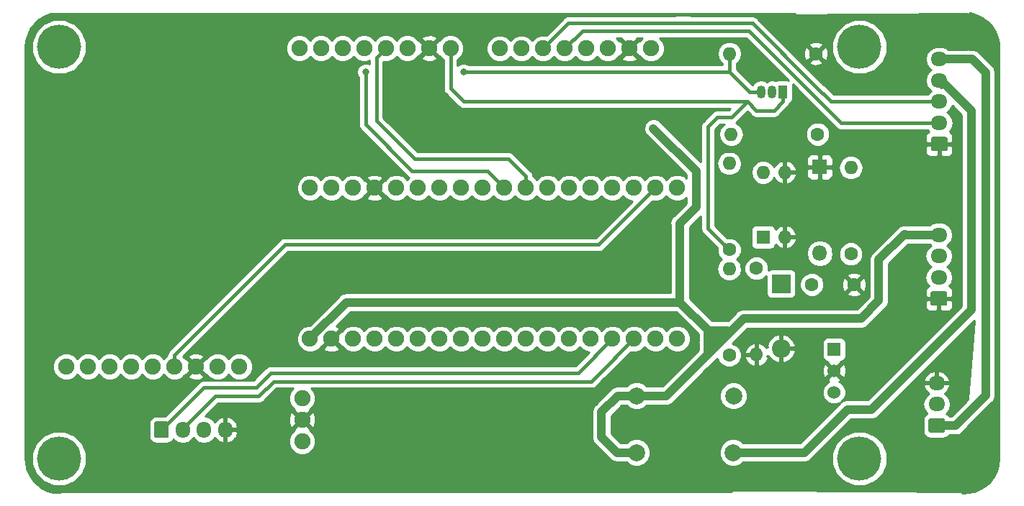
<source format=gbr>
%TF.GenerationSoftware,KiCad,Pcbnew,(5.0.2)-1*%
%TF.CreationDate,2019-09-06T13:10:14+02:00*%
%TF.ProjectId,Connected-OldtimerHardware,436f6e6e-6563-4746-9564-2d4f6c647469,rev?*%
%TF.SameCoordinates,Original*%
%TF.FileFunction,Copper,L2,Bot*%
%TF.FilePolarity,Positive*%
%FSLAX46Y46*%
G04 Gerber Fmt 4.6, Leading zero omitted, Abs format (unit mm)*
G04 Created by KiCad (PCBNEW (5.0.2)-1) date 06/09/2019 13:10:14*
%MOMM*%
%LPD*%
G01*
G04 APERTURE LIST*
%ADD10C,1.900000*%
%ADD11C,0.100000*%
%ADD12C,1.700000*%
%ADD13O,1.950000X1.700000*%
%ADD14C,2.000000*%
%ADD15C,5.200000*%
%ADD16R,1.800000X1.800000*%
%ADD17O,1.800000X1.800000*%
%ADD18O,1.050000X1.500000*%
%ADD19R,1.050000X1.500000*%
%ADD20O,1.600000X1.600000*%
%ADD21C,1.600000*%
%ADD22R,1.524000X1.524000*%
%ADD23C,1.524000*%
%ADD24R,1.600000X1.600000*%
%ADD25R,2.200000X2.200000*%
%ADD26O,2.200000X2.200000*%
%ADD27O,1.700000X1.950000*%
%ADD28C,0.800000*%
%ADD29C,1.000000*%
%ADD30C,0.250000*%
%ADD31C,0.400000*%
%ADD32C,0.254000*%
G04 APERTURE END LIST*
D10*
X165997201Y-67188019D03*
X163457201Y-67188019D03*
X160917201Y-67188019D03*
X158377201Y-67188019D03*
X155837201Y-67188019D03*
X153297201Y-67188019D03*
X150757201Y-67188019D03*
X148217201Y-67188019D03*
D11*
G36*
X200649504Y-77601204D02*
X200673773Y-77604804D01*
X200697571Y-77610765D01*
X200720671Y-77619030D01*
X200742849Y-77629520D01*
X200763893Y-77642133D01*
X200783598Y-77656747D01*
X200801777Y-77673223D01*
X200818253Y-77691402D01*
X200832867Y-77711107D01*
X200845480Y-77732151D01*
X200855970Y-77754329D01*
X200864235Y-77777429D01*
X200870196Y-77801227D01*
X200873796Y-77825496D01*
X200875000Y-77850000D01*
X200875000Y-79050000D01*
X200873796Y-79074504D01*
X200870196Y-79098773D01*
X200864235Y-79122571D01*
X200855970Y-79145671D01*
X200845480Y-79167849D01*
X200832867Y-79188893D01*
X200818253Y-79208598D01*
X200801777Y-79226777D01*
X200783598Y-79243253D01*
X200763893Y-79257867D01*
X200742849Y-79270480D01*
X200720671Y-79280970D01*
X200697571Y-79289235D01*
X200673773Y-79295196D01*
X200649504Y-79298796D01*
X200625000Y-79300000D01*
X199175000Y-79300000D01*
X199150496Y-79298796D01*
X199126227Y-79295196D01*
X199102429Y-79289235D01*
X199079329Y-79280970D01*
X199057151Y-79270480D01*
X199036107Y-79257867D01*
X199016402Y-79243253D01*
X198998223Y-79226777D01*
X198981747Y-79208598D01*
X198967133Y-79188893D01*
X198954520Y-79167849D01*
X198944030Y-79145671D01*
X198935765Y-79122571D01*
X198929804Y-79098773D01*
X198926204Y-79074504D01*
X198925000Y-79050000D01*
X198925000Y-77850000D01*
X198926204Y-77825496D01*
X198929804Y-77801227D01*
X198935765Y-77777429D01*
X198944030Y-77754329D01*
X198954520Y-77732151D01*
X198967133Y-77711107D01*
X198981747Y-77691402D01*
X198998223Y-77673223D01*
X199016402Y-77656747D01*
X199036107Y-77642133D01*
X199057151Y-77629520D01*
X199079329Y-77619030D01*
X199102429Y-77610765D01*
X199126227Y-77604804D01*
X199150496Y-77601204D01*
X199175000Y-77600000D01*
X200625000Y-77600000D01*
X200649504Y-77601204D01*
X200649504Y-77601204D01*
G37*
D12*
X199900000Y-78450000D03*
D13*
X199900000Y-75950000D03*
X199900000Y-73450000D03*
X199900000Y-70950000D03*
X199900000Y-68450000D03*
D10*
X124985000Y-108395000D03*
X124985000Y-110935000D03*
X124985000Y-113475000D03*
D14*
X175678589Y-114791319D03*
X164278589Y-114791319D03*
D10*
X117590000Y-104660000D03*
X115050000Y-104660000D03*
X112510000Y-104660000D03*
X109970000Y-104660000D03*
X107430000Y-104660000D03*
X104890000Y-104660000D03*
X102350000Y-104660000D03*
X99810000Y-104660000D03*
X97270000Y-104660000D03*
D15*
X190500000Y-115500000D03*
X190500000Y-67000000D03*
X96400000Y-115500000D03*
X96400000Y-67000000D03*
D10*
X169090000Y-83610000D03*
X166550000Y-83610000D03*
X164010000Y-83610000D03*
X161470000Y-83610000D03*
X158930000Y-83610000D03*
X156390000Y-83610000D03*
X153850000Y-83610000D03*
X151310000Y-83610000D03*
X148770000Y-83610000D03*
X146230000Y-83610000D03*
X143690000Y-83610000D03*
X141150000Y-83610000D03*
X138610000Y-83610000D03*
X136070000Y-83610000D03*
X133530000Y-83610000D03*
X130990000Y-83610000D03*
X128450000Y-83610000D03*
X125910000Y-83610000D03*
X169090000Y-101390000D03*
X166550000Y-101390000D03*
X164010000Y-101390000D03*
X161470000Y-101390000D03*
X158930000Y-101390000D03*
X156390000Y-101390000D03*
X153850000Y-101390000D03*
X151310000Y-101390000D03*
X148770000Y-101390000D03*
X146230000Y-101390000D03*
X143690000Y-101390000D03*
X141150000Y-101390000D03*
X138610000Y-101390000D03*
X136070000Y-101390000D03*
X133530000Y-101390000D03*
X130990000Y-101390000D03*
X128450000Y-101390000D03*
X125910000Y-101390000D03*
D16*
X185853981Y-81162352D03*
D17*
X185853981Y-91322352D03*
D14*
X164300000Y-108100000D03*
X175700000Y-108100000D03*
D18*
X180230000Y-72300000D03*
X178960000Y-72300000D03*
D19*
X181500000Y-72300000D03*
D20*
X189500000Y-81240000D03*
D21*
X189500000Y-91400000D03*
X175200000Y-90900000D03*
D20*
X175200000Y-80740000D03*
D21*
X185600000Y-77300000D03*
D20*
X175440000Y-77300000D03*
X175240000Y-67800000D03*
D21*
X185400000Y-67800000D03*
D22*
X187525000Y-102625000D03*
D23*
X187525000Y-105165000D03*
X187525000Y-107705000D03*
D10*
X124650000Y-67160000D03*
X127190000Y-67160000D03*
X129730000Y-67160000D03*
X132270000Y-67160000D03*
X134810000Y-67160000D03*
X137350000Y-67160000D03*
X139890000Y-67160000D03*
X142430000Y-67160000D03*
D24*
X179200000Y-89400000D03*
D20*
X181740000Y-81780000D03*
X181740000Y-89400000D03*
X179200000Y-81780000D03*
D21*
X184900000Y-95000000D03*
X189900000Y-95000000D03*
D20*
X175200000Y-93140000D03*
D21*
X175200000Y-103300000D03*
X178400000Y-93100000D03*
D20*
X178400000Y-103260000D03*
D25*
X181300000Y-94900000D03*
D26*
X181300000Y-102520000D03*
D11*
G36*
X200599504Y-95801204D02*
X200623773Y-95804804D01*
X200647571Y-95810765D01*
X200670671Y-95819030D01*
X200692849Y-95829520D01*
X200713893Y-95842133D01*
X200733598Y-95856747D01*
X200751777Y-95873223D01*
X200768253Y-95891402D01*
X200782867Y-95911107D01*
X200795480Y-95932151D01*
X200805970Y-95954329D01*
X200814235Y-95977429D01*
X200820196Y-96001227D01*
X200823796Y-96025496D01*
X200825000Y-96050000D01*
X200825000Y-97250000D01*
X200823796Y-97274504D01*
X200820196Y-97298773D01*
X200814235Y-97322571D01*
X200805970Y-97345671D01*
X200795480Y-97367849D01*
X200782867Y-97388893D01*
X200768253Y-97408598D01*
X200751777Y-97426777D01*
X200733598Y-97443253D01*
X200713893Y-97457867D01*
X200692849Y-97470480D01*
X200670671Y-97480970D01*
X200647571Y-97489235D01*
X200623773Y-97495196D01*
X200599504Y-97498796D01*
X200575000Y-97500000D01*
X199125000Y-97500000D01*
X199100496Y-97498796D01*
X199076227Y-97495196D01*
X199052429Y-97489235D01*
X199029329Y-97480970D01*
X199007151Y-97470480D01*
X198986107Y-97457867D01*
X198966402Y-97443253D01*
X198948223Y-97426777D01*
X198931747Y-97408598D01*
X198917133Y-97388893D01*
X198904520Y-97367849D01*
X198894030Y-97345671D01*
X198885765Y-97322571D01*
X198879804Y-97298773D01*
X198876204Y-97274504D01*
X198875000Y-97250000D01*
X198875000Y-96050000D01*
X198876204Y-96025496D01*
X198879804Y-96001227D01*
X198885765Y-95977429D01*
X198894030Y-95954329D01*
X198904520Y-95932151D01*
X198917133Y-95911107D01*
X198931747Y-95891402D01*
X198948223Y-95873223D01*
X198966402Y-95856747D01*
X198986107Y-95842133D01*
X199007151Y-95829520D01*
X199029329Y-95819030D01*
X199052429Y-95810765D01*
X199076227Y-95804804D01*
X199100496Y-95801204D01*
X199125000Y-95800000D01*
X200575000Y-95800000D01*
X200599504Y-95801204D01*
X200599504Y-95801204D01*
G37*
D12*
X199850000Y-96650000D03*
D13*
X199850000Y-94150000D03*
X199850000Y-91650000D03*
X199850000Y-89150000D03*
D11*
G36*
X200349504Y-110751204D02*
X200373773Y-110754804D01*
X200397571Y-110760765D01*
X200420671Y-110769030D01*
X200442849Y-110779520D01*
X200463893Y-110792133D01*
X200483598Y-110806747D01*
X200501777Y-110823223D01*
X200518253Y-110841402D01*
X200532867Y-110861107D01*
X200545480Y-110882151D01*
X200555970Y-110904329D01*
X200564235Y-110927429D01*
X200570196Y-110951227D01*
X200573796Y-110975496D01*
X200575000Y-111000000D01*
X200575000Y-112200000D01*
X200573796Y-112224504D01*
X200570196Y-112248773D01*
X200564235Y-112272571D01*
X200555970Y-112295671D01*
X200545480Y-112317849D01*
X200532867Y-112338893D01*
X200518253Y-112358598D01*
X200501777Y-112376777D01*
X200483598Y-112393253D01*
X200463893Y-112407867D01*
X200442849Y-112420480D01*
X200420671Y-112430970D01*
X200397571Y-112439235D01*
X200373773Y-112445196D01*
X200349504Y-112448796D01*
X200325000Y-112450000D01*
X198875000Y-112450000D01*
X198850496Y-112448796D01*
X198826227Y-112445196D01*
X198802429Y-112439235D01*
X198779329Y-112430970D01*
X198757151Y-112420480D01*
X198736107Y-112407867D01*
X198716402Y-112393253D01*
X198698223Y-112376777D01*
X198681747Y-112358598D01*
X198667133Y-112338893D01*
X198654520Y-112317849D01*
X198644030Y-112295671D01*
X198635765Y-112272571D01*
X198629804Y-112248773D01*
X198626204Y-112224504D01*
X198625000Y-112200000D01*
X198625000Y-111000000D01*
X198626204Y-110975496D01*
X198629804Y-110951227D01*
X198635765Y-110927429D01*
X198644030Y-110904329D01*
X198654520Y-110882151D01*
X198667133Y-110861107D01*
X198681747Y-110841402D01*
X198698223Y-110823223D01*
X198716402Y-110806747D01*
X198736107Y-110792133D01*
X198757151Y-110779520D01*
X198779329Y-110769030D01*
X198802429Y-110760765D01*
X198826227Y-110754804D01*
X198850496Y-110751204D01*
X198875000Y-110750000D01*
X200325000Y-110750000D01*
X200349504Y-110751204D01*
X200349504Y-110751204D01*
G37*
D12*
X199600000Y-111600000D03*
D13*
X199600000Y-109100000D03*
X199600000Y-106600000D03*
D11*
G36*
X109074504Y-111126204D02*
X109098773Y-111129804D01*
X109122571Y-111135765D01*
X109145671Y-111144030D01*
X109167849Y-111154520D01*
X109188893Y-111167133D01*
X109208598Y-111181747D01*
X109226777Y-111198223D01*
X109243253Y-111216402D01*
X109257867Y-111236107D01*
X109270480Y-111257151D01*
X109280970Y-111279329D01*
X109289235Y-111302429D01*
X109295196Y-111326227D01*
X109298796Y-111350496D01*
X109300000Y-111375000D01*
X109300000Y-112825000D01*
X109298796Y-112849504D01*
X109295196Y-112873773D01*
X109289235Y-112897571D01*
X109280970Y-112920671D01*
X109270480Y-112942849D01*
X109257867Y-112963893D01*
X109243253Y-112983598D01*
X109226777Y-113001777D01*
X109208598Y-113018253D01*
X109188893Y-113032867D01*
X109167849Y-113045480D01*
X109145671Y-113055970D01*
X109122571Y-113064235D01*
X109098773Y-113070196D01*
X109074504Y-113073796D01*
X109050000Y-113075000D01*
X107850000Y-113075000D01*
X107825496Y-113073796D01*
X107801227Y-113070196D01*
X107777429Y-113064235D01*
X107754329Y-113055970D01*
X107732151Y-113045480D01*
X107711107Y-113032867D01*
X107691402Y-113018253D01*
X107673223Y-113001777D01*
X107656747Y-112983598D01*
X107642133Y-112963893D01*
X107629520Y-112942849D01*
X107619030Y-112920671D01*
X107610765Y-112897571D01*
X107604804Y-112873773D01*
X107601204Y-112849504D01*
X107600000Y-112825000D01*
X107600000Y-111375000D01*
X107601204Y-111350496D01*
X107604804Y-111326227D01*
X107610765Y-111302429D01*
X107619030Y-111279329D01*
X107629520Y-111257151D01*
X107642133Y-111236107D01*
X107656747Y-111216402D01*
X107673223Y-111198223D01*
X107691402Y-111181747D01*
X107711107Y-111167133D01*
X107732151Y-111154520D01*
X107754329Y-111144030D01*
X107777429Y-111135765D01*
X107801227Y-111129804D01*
X107825496Y-111126204D01*
X107850000Y-111125000D01*
X109050000Y-111125000D01*
X109074504Y-111126204D01*
X109074504Y-111126204D01*
G37*
D12*
X108450000Y-112100000D03*
D27*
X110950000Y-112100000D03*
X113450000Y-112100000D03*
X115950000Y-112100000D03*
D28*
X166300000Y-76600000D03*
X132450000Y-69950000D03*
X143960000Y-69940000D03*
D29*
X162100000Y-108100000D02*
X164300000Y-108100000D01*
X160200000Y-110000000D02*
X162100000Y-108100000D01*
X160200000Y-113000000D02*
X160200000Y-110000000D01*
X164278589Y-114791319D02*
X161991319Y-114791319D01*
X161991319Y-114791319D02*
X160200000Y-113000000D01*
X167800000Y-108100000D02*
X164300000Y-108100000D01*
X172700000Y-103200000D02*
X167800000Y-108100000D01*
X172700000Y-100370002D02*
X172670002Y-100370002D01*
X172670002Y-100370002D02*
X169400000Y-97100000D01*
X130200000Y-97100000D02*
X125910000Y-101390000D01*
X169400000Y-97100000D02*
X130200000Y-97100000D01*
X169400000Y-97100000D02*
X169400000Y-87800000D01*
X169400000Y-87800000D02*
X171300000Y-85900000D01*
X171300000Y-85900000D02*
X171300000Y-82000000D01*
X171300000Y-82000000D02*
X171300000Y-81600000D01*
X171300000Y-81600000D02*
X166300000Y-76600000D01*
X166300000Y-76600000D02*
X166300000Y-76600000D01*
X176900000Y-99000000D02*
X190700000Y-99000000D01*
X190700000Y-99000000D02*
X192800000Y-96900000D01*
X195775000Y-89100000D02*
X195900000Y-89100000D01*
X192800000Y-92075000D02*
X195775000Y-89100000D01*
X192800000Y-96900000D02*
X192800000Y-92075000D01*
X172670002Y-100370002D02*
X172670002Y-100420002D01*
X172670002Y-100420002D02*
X173750000Y-101500000D01*
X175020002Y-100420002D02*
X175250000Y-100650000D01*
X175250000Y-100650000D02*
X176900000Y-99000000D01*
X172950000Y-102000000D02*
X172700000Y-101750000D01*
X173900000Y-102000000D02*
X172950000Y-102000000D01*
X172700000Y-101750000D02*
X172700000Y-103200000D01*
X172700000Y-100370002D02*
X172700000Y-101750000D01*
X173900000Y-102000000D02*
X175250000Y-100650000D01*
X172700000Y-103200000D02*
X173900000Y-102000000D01*
X173900000Y-100770002D02*
X174250000Y-100420002D01*
X173900000Y-102000000D02*
X173900000Y-100770002D01*
X172670002Y-100420002D02*
X174250000Y-100420002D01*
X174250000Y-100420002D02*
X175020002Y-100420002D01*
X195825000Y-89150000D02*
X199850000Y-89150000D01*
X195775000Y-89100000D02*
X195825000Y-89150000D01*
D30*
X182047443Y-114791319D02*
X182056124Y-114800000D01*
X200200000Y-71800000D02*
X200075000Y-71800000D01*
D29*
X200125000Y-71000000D02*
X200000000Y-71000000D01*
X203650000Y-74525000D02*
X200125000Y-71000000D01*
X203650000Y-98000000D02*
X203650000Y-74525000D01*
X182750443Y-114791319D02*
X182759124Y-114800000D01*
X175678589Y-114791319D02*
X182750443Y-114791319D01*
X182759124Y-114800000D02*
X184000000Y-114800000D01*
X184000000Y-114800000D02*
X189087001Y-109712999D01*
X189087001Y-109712999D02*
X191937001Y-109712999D01*
X191937001Y-109712999D02*
X203650000Y-98000000D01*
D31*
X157925220Y-65100000D02*
X155837201Y-67188019D01*
X177500000Y-65100000D02*
X157925220Y-65100000D01*
X199900000Y-75950000D02*
X188350000Y-75950000D01*
X188350000Y-75950000D02*
X177500000Y-65100000D01*
X154247200Y-66238020D02*
X153900000Y-66585220D01*
X153900000Y-66585220D02*
X153297201Y-67188019D01*
X185500000Y-71800000D02*
X185250000Y-71550000D01*
X155835230Y-64649990D02*
X153900000Y-66585220D01*
X156285220Y-64200000D02*
X155835230Y-64649990D01*
X177900000Y-64200000D02*
X156285220Y-64200000D01*
X185250000Y-71550000D02*
X177900000Y-64200000D01*
X187150000Y-73450000D02*
X185250000Y-71550000D01*
X199900000Y-73450000D02*
X187150000Y-73450000D01*
D29*
X203800000Y-68450000D02*
X199900000Y-68450000D01*
X205350000Y-70000000D02*
X203800000Y-68450000D01*
X205350000Y-108050000D02*
X205350000Y-70000000D01*
X199600000Y-111600000D02*
X201800000Y-111600000D01*
X201800000Y-111600000D02*
X205350000Y-108050000D01*
D31*
X175240000Y-67800000D02*
X175240000Y-69940000D01*
X177600000Y-72300000D02*
X178960000Y-72300000D01*
X175240000Y-69940000D02*
X177600000Y-72300000D01*
X148770000Y-83610000D02*
X146760000Y-81600000D01*
X175240000Y-69940000D02*
X146390000Y-69940000D01*
X132450000Y-76150000D02*
X137900000Y-81600000D01*
X132450000Y-69950000D02*
X132450000Y-76150000D01*
X146760000Y-81600000D02*
X137900000Y-81600000D01*
X146390000Y-69940000D02*
X143960000Y-69940000D01*
X143960000Y-69940000D02*
X143960000Y-69940000D01*
X143960000Y-69940000D02*
X143960000Y-69940000D01*
X177350010Y-73450010D02*
X178400000Y-74500000D01*
X181500000Y-73450000D02*
X181500000Y-72300000D01*
X180450000Y-74500000D02*
X181500000Y-73450000D01*
X178400000Y-74500000D02*
X180450000Y-74500000D01*
X177349990Y-73450010D02*
X175500000Y-75300000D01*
X173999999Y-89699999D02*
X175200000Y-90900000D01*
X175500000Y-75300000D02*
X173800000Y-75300000D01*
X173800000Y-75300000D02*
X172700000Y-76400000D01*
X177350010Y-73450010D02*
X177349990Y-73450010D01*
X172700000Y-76400000D02*
X172700000Y-88400000D01*
X172700000Y-88400000D02*
X173999999Y-89699999D01*
X177350010Y-73450010D02*
X144000010Y-73450010D01*
X142430000Y-71880000D02*
X144000010Y-73450010D01*
X142430000Y-67160000D02*
X142430000Y-71880000D01*
X109970000Y-103316498D02*
X122986498Y-90300000D01*
X109970000Y-104660000D02*
X109970000Y-103316498D01*
X159860000Y-90300000D02*
X166550000Y-83610000D01*
X122986498Y-90300000D02*
X159860000Y-90300000D01*
X151310000Y-82266498D02*
X151310000Y-83610000D01*
X149243502Y-80200000D02*
X151310000Y-82266498D01*
X138200000Y-80200000D02*
X149243502Y-80200000D01*
X133710000Y-75710000D02*
X138200000Y-80200000D01*
X133710000Y-68260000D02*
X134810000Y-67160000D01*
X133710000Y-75710000D02*
X133710000Y-68260000D01*
X157460000Y-105400000D02*
X161470000Y-101390000D01*
X124900000Y-105400000D02*
X125200000Y-105400000D01*
X125200000Y-105400000D02*
X157460000Y-105400000D01*
X121300000Y-105400000D02*
X125200000Y-105400000D01*
X119580001Y-107119999D02*
X121300000Y-105400000D01*
X108450000Y-112100000D02*
X113430001Y-107119999D01*
X113430001Y-107119999D02*
X119580001Y-107119999D01*
X159549990Y-105850010D02*
X164010000Y-101390000D01*
X110950000Y-111975000D02*
X114775000Y-108150000D01*
X110950000Y-112100000D02*
X110950000Y-111975000D01*
X119900000Y-108150000D02*
X121650000Y-106400000D01*
X114775000Y-108150000D02*
X119900000Y-108150000D01*
X121650000Y-106400000D02*
X159000000Y-106400000D01*
X159000000Y-106400000D02*
X159549990Y-105850010D01*
D32*
G36*
X155636633Y-63667720D02*
X155302949Y-64001404D01*
X155302946Y-64001406D01*
X153714916Y-65589436D01*
X153714917Y-65589436D01*
X153675308Y-65629045D01*
X153612477Y-65603019D01*
X152981925Y-65603019D01*
X152399371Y-65844321D01*
X152027201Y-66216491D01*
X151655031Y-65844321D01*
X151072477Y-65603019D01*
X150441925Y-65603019D01*
X149859371Y-65844321D01*
X149487201Y-66216491D01*
X149115031Y-65844321D01*
X148532477Y-65603019D01*
X147901925Y-65603019D01*
X147319371Y-65844321D01*
X146873503Y-66290189D01*
X146632201Y-66872743D01*
X146632201Y-67503295D01*
X146873503Y-68085849D01*
X147319371Y-68531717D01*
X147901925Y-68773019D01*
X148532477Y-68773019D01*
X149115031Y-68531717D01*
X149487201Y-68159547D01*
X149859371Y-68531717D01*
X150441925Y-68773019D01*
X151072477Y-68773019D01*
X151655031Y-68531717D01*
X152027201Y-68159547D01*
X152399371Y-68531717D01*
X152981925Y-68773019D01*
X153612477Y-68773019D01*
X154195031Y-68531717D01*
X154567201Y-68159547D01*
X154939371Y-68531717D01*
X155521925Y-68773019D01*
X156152477Y-68773019D01*
X156735031Y-68531717D01*
X157107201Y-68159547D01*
X157479371Y-68531717D01*
X158061925Y-68773019D01*
X158692477Y-68773019D01*
X159275031Y-68531717D01*
X159647201Y-68159547D01*
X160019371Y-68531717D01*
X160601925Y-68773019D01*
X161232477Y-68773019D01*
X161815031Y-68531717D01*
X162042379Y-68304369D01*
X162520456Y-68304369D01*
X162612993Y-68566038D01*
X163204599Y-68784207D01*
X163834662Y-68759371D01*
X164301409Y-68566038D01*
X164393946Y-68304369D01*
X163457201Y-67367624D01*
X162520456Y-68304369D01*
X162042379Y-68304369D01*
X162253038Y-68093710D01*
X162340851Y-68124764D01*
X163277596Y-67188019D01*
X162340851Y-66251274D01*
X162253038Y-66282328D01*
X161905710Y-65935000D01*
X162568788Y-65935000D01*
X162520456Y-66071669D01*
X163457201Y-67008414D01*
X164393946Y-66071669D01*
X164345614Y-65935000D01*
X165008692Y-65935000D01*
X164661364Y-66282328D01*
X164573551Y-66251274D01*
X163636806Y-67188019D01*
X164573551Y-68124764D01*
X164661364Y-68093710D01*
X165099371Y-68531717D01*
X165681925Y-68773019D01*
X166312477Y-68773019D01*
X166895031Y-68531717D01*
X167340899Y-68085849D01*
X167582201Y-67503295D01*
X167582201Y-66872743D01*
X167340899Y-66290189D01*
X166985710Y-65935000D01*
X177154133Y-65935000D01*
X182145701Y-70926569D01*
X182025000Y-70902560D01*
X180975000Y-70902560D01*
X180727235Y-70951843D01*
X180681867Y-70982157D01*
X180230000Y-70892275D01*
X179777392Y-70982305D01*
X179595001Y-71104175D01*
X179412609Y-70982305D01*
X178960000Y-70892275D01*
X178507392Y-70982305D01*
X178123688Y-71238687D01*
X177972470Y-71465000D01*
X177945868Y-71465000D01*
X176075000Y-69594133D01*
X176075000Y-68967930D01*
X176274577Y-68834577D01*
X176591740Y-68359909D01*
X176703113Y-67800000D01*
X176591740Y-67240091D01*
X176274577Y-66765423D01*
X175799909Y-66448260D01*
X175381333Y-66365000D01*
X175098667Y-66365000D01*
X174680091Y-66448260D01*
X174205423Y-66765423D01*
X173888260Y-67240091D01*
X173776887Y-67800000D01*
X173888260Y-68359909D01*
X174205423Y-68834577D01*
X174405001Y-68967930D01*
X174405001Y-69105000D01*
X144588711Y-69105000D01*
X144546280Y-69062569D01*
X144165874Y-68905000D01*
X143754126Y-68905000D01*
X143373720Y-69062569D01*
X143265000Y-69171289D01*
X143265000Y-68529723D01*
X143327830Y-68503698D01*
X143773698Y-68057830D01*
X144015000Y-67475276D01*
X144015000Y-66844724D01*
X143773698Y-66262170D01*
X143327830Y-65816302D01*
X142745276Y-65575000D01*
X142114724Y-65575000D01*
X141532170Y-65816302D01*
X141094163Y-66254309D01*
X141006350Y-66223255D01*
X140069605Y-67160000D01*
X141006350Y-68096745D01*
X141094163Y-68065691D01*
X141532170Y-68503698D01*
X141595000Y-68529723D01*
X141595001Y-71797762D01*
X141578643Y-71880000D01*
X141643448Y-72205800D01*
X141706390Y-72299999D01*
X141828000Y-72482001D01*
X141897718Y-72528585D01*
X143351426Y-73982295D01*
X143398009Y-74052011D01*
X143674209Y-74236562D01*
X143917773Y-74285010D01*
X143917776Y-74285010D01*
X144000009Y-74301367D01*
X144082242Y-74285010D01*
X175334123Y-74285010D01*
X175154133Y-74465000D01*
X173882237Y-74465000D01*
X173800000Y-74448642D01*
X173717763Y-74465000D01*
X173474199Y-74513448D01*
X173197999Y-74697999D01*
X173151415Y-74767717D01*
X172167720Y-75751413D01*
X172097999Y-75797999D01*
X171913448Y-76074200D01*
X171865000Y-76317764D01*
X171865000Y-76317767D01*
X171848643Y-76400000D01*
X171865000Y-76482233D01*
X171865000Y-80559868D01*
X167181613Y-75876482D01*
X167118289Y-75781711D01*
X166742855Y-75530854D01*
X166411783Y-75465000D01*
X166300000Y-75442765D01*
X166188217Y-75465000D01*
X165857145Y-75530854D01*
X165481711Y-75781711D01*
X165230854Y-76157145D01*
X165142765Y-76600000D01*
X165230854Y-77042855D01*
X165481711Y-77418289D01*
X165576482Y-77481613D01*
X170165000Y-82070132D01*
X170165000Y-82111782D01*
X170165001Y-82111787D01*
X170165001Y-82443473D01*
X169987830Y-82266302D01*
X169405276Y-82025000D01*
X168774724Y-82025000D01*
X168192170Y-82266302D01*
X167820000Y-82638472D01*
X167447830Y-82266302D01*
X166865276Y-82025000D01*
X166234724Y-82025000D01*
X165652170Y-82266302D01*
X165280000Y-82638472D01*
X164907830Y-82266302D01*
X164325276Y-82025000D01*
X163694724Y-82025000D01*
X163112170Y-82266302D01*
X162740000Y-82638472D01*
X162367830Y-82266302D01*
X161785276Y-82025000D01*
X161154724Y-82025000D01*
X160572170Y-82266302D01*
X160200000Y-82638472D01*
X159827830Y-82266302D01*
X159245276Y-82025000D01*
X158614724Y-82025000D01*
X158032170Y-82266302D01*
X157660000Y-82638472D01*
X157287830Y-82266302D01*
X156705276Y-82025000D01*
X156074724Y-82025000D01*
X155492170Y-82266302D01*
X155120000Y-82638472D01*
X154747830Y-82266302D01*
X154165276Y-82025000D01*
X153534724Y-82025000D01*
X152952170Y-82266302D01*
X152580000Y-82638472D01*
X152207830Y-82266302D01*
X152157142Y-82245306D01*
X152145000Y-82184265D01*
X152145000Y-82184261D01*
X152096552Y-81940697D01*
X151912001Y-81664497D01*
X151842286Y-81617915D01*
X149892089Y-79667720D01*
X149845503Y-79597999D01*
X149569303Y-79413448D01*
X149325739Y-79365000D01*
X149325735Y-79365000D01*
X149243502Y-79348643D01*
X149161269Y-79365000D01*
X138545868Y-79365000D01*
X134545000Y-75364133D01*
X134545000Y-68745000D01*
X135125276Y-68745000D01*
X135707830Y-68503698D01*
X136080000Y-68131528D01*
X136452170Y-68503698D01*
X137034724Y-68745000D01*
X137665276Y-68745000D01*
X138247830Y-68503698D01*
X138475178Y-68276350D01*
X138953255Y-68276350D01*
X139045792Y-68538019D01*
X139637398Y-68756188D01*
X140267461Y-68731352D01*
X140734208Y-68538019D01*
X140826745Y-68276350D01*
X139890000Y-67339605D01*
X138953255Y-68276350D01*
X138475178Y-68276350D01*
X138685837Y-68065691D01*
X138773650Y-68096745D01*
X139710395Y-67160000D01*
X138773650Y-66223255D01*
X138685837Y-66254309D01*
X138475178Y-66043650D01*
X138953255Y-66043650D01*
X139890000Y-66980395D01*
X140826745Y-66043650D01*
X140734208Y-65781981D01*
X140142602Y-65563812D01*
X139512539Y-65588648D01*
X139045792Y-65781981D01*
X138953255Y-66043650D01*
X138475178Y-66043650D01*
X138247830Y-65816302D01*
X137665276Y-65575000D01*
X137034724Y-65575000D01*
X136452170Y-65816302D01*
X136080000Y-66188472D01*
X135707830Y-65816302D01*
X135125276Y-65575000D01*
X134494724Y-65575000D01*
X133912170Y-65816302D01*
X133540000Y-66188472D01*
X133167830Y-65816302D01*
X132585276Y-65575000D01*
X131954724Y-65575000D01*
X131372170Y-65816302D01*
X131000000Y-66188472D01*
X130627830Y-65816302D01*
X130045276Y-65575000D01*
X129414724Y-65575000D01*
X128832170Y-65816302D01*
X128460000Y-66188472D01*
X128087830Y-65816302D01*
X127505276Y-65575000D01*
X126874724Y-65575000D01*
X126292170Y-65816302D01*
X125920000Y-66188472D01*
X125547830Y-65816302D01*
X124965276Y-65575000D01*
X124334724Y-65575000D01*
X123752170Y-65816302D01*
X123306302Y-66262170D01*
X123065000Y-66844724D01*
X123065000Y-67475276D01*
X123306302Y-68057830D01*
X123752170Y-68503698D01*
X124334724Y-68745000D01*
X124965276Y-68745000D01*
X125547830Y-68503698D01*
X125920000Y-68131528D01*
X126292170Y-68503698D01*
X126874724Y-68745000D01*
X127505276Y-68745000D01*
X128087830Y-68503698D01*
X128460000Y-68131528D01*
X128832170Y-68503698D01*
X129414724Y-68745000D01*
X130045276Y-68745000D01*
X130627830Y-68503698D01*
X131000000Y-68131528D01*
X131372170Y-68503698D01*
X131954724Y-68745000D01*
X132585276Y-68745000D01*
X132875001Y-68624992D01*
X132875001Y-69005765D01*
X132655874Y-68915000D01*
X132244126Y-68915000D01*
X131863720Y-69072569D01*
X131572569Y-69363720D01*
X131415000Y-69744126D01*
X131415000Y-70155874D01*
X131572569Y-70536280D01*
X131615000Y-70578711D01*
X131615001Y-76067762D01*
X131598643Y-76150000D01*
X131663448Y-76475800D01*
X131714364Y-76552001D01*
X131848000Y-76752001D01*
X131917718Y-76798585D01*
X137251415Y-82132283D01*
X137297999Y-82202001D01*
X137406617Y-82274577D01*
X137574199Y-82386552D01*
X137588980Y-82389492D01*
X137340000Y-82638472D01*
X136967830Y-82266302D01*
X136385276Y-82025000D01*
X135754724Y-82025000D01*
X135172170Y-82266302D01*
X134734163Y-82704309D01*
X134646350Y-82673255D01*
X133709605Y-83610000D01*
X134646350Y-84546745D01*
X134734163Y-84515691D01*
X135172170Y-84953698D01*
X135754724Y-85195000D01*
X136385276Y-85195000D01*
X136967830Y-84953698D01*
X137340000Y-84581528D01*
X137712170Y-84953698D01*
X138294724Y-85195000D01*
X138925276Y-85195000D01*
X139507830Y-84953698D01*
X139880000Y-84581528D01*
X140252170Y-84953698D01*
X140834724Y-85195000D01*
X141465276Y-85195000D01*
X142047830Y-84953698D01*
X142420000Y-84581528D01*
X142792170Y-84953698D01*
X143374724Y-85195000D01*
X144005276Y-85195000D01*
X144587830Y-84953698D01*
X144960000Y-84581528D01*
X145332170Y-84953698D01*
X145914724Y-85195000D01*
X146545276Y-85195000D01*
X147127830Y-84953698D01*
X147500000Y-84581528D01*
X147872170Y-84953698D01*
X148454724Y-85195000D01*
X149085276Y-85195000D01*
X149667830Y-84953698D01*
X150040000Y-84581528D01*
X150412170Y-84953698D01*
X150994724Y-85195000D01*
X151625276Y-85195000D01*
X152207830Y-84953698D01*
X152580000Y-84581528D01*
X152952170Y-84953698D01*
X153534724Y-85195000D01*
X154165276Y-85195000D01*
X154747830Y-84953698D01*
X155120000Y-84581528D01*
X155492170Y-84953698D01*
X156074724Y-85195000D01*
X156705276Y-85195000D01*
X157287830Y-84953698D01*
X157660000Y-84581528D01*
X158032170Y-84953698D01*
X158614724Y-85195000D01*
X159245276Y-85195000D01*
X159827830Y-84953698D01*
X160200000Y-84581528D01*
X160572170Y-84953698D01*
X161154724Y-85195000D01*
X161785276Y-85195000D01*
X162367830Y-84953698D01*
X162740000Y-84581528D01*
X163112170Y-84953698D01*
X163694724Y-85195000D01*
X163784132Y-85195000D01*
X159514133Y-89465000D01*
X123068730Y-89465000D01*
X122986497Y-89448643D01*
X122904264Y-89465000D01*
X122904261Y-89465000D01*
X122660697Y-89513448D01*
X122384497Y-89697999D01*
X122337913Y-89767717D01*
X109437718Y-102667913D01*
X109368000Y-102714497D01*
X109321416Y-102784215D01*
X109183448Y-102990698D01*
X109122858Y-103295306D01*
X109072170Y-103316302D01*
X108700000Y-103688472D01*
X108327830Y-103316302D01*
X107745276Y-103075000D01*
X107114724Y-103075000D01*
X106532170Y-103316302D01*
X106160000Y-103688472D01*
X105787830Y-103316302D01*
X105205276Y-103075000D01*
X104574724Y-103075000D01*
X103992170Y-103316302D01*
X103620000Y-103688472D01*
X103247830Y-103316302D01*
X102665276Y-103075000D01*
X102034724Y-103075000D01*
X101452170Y-103316302D01*
X101080000Y-103688472D01*
X100707830Y-103316302D01*
X100125276Y-103075000D01*
X99494724Y-103075000D01*
X98912170Y-103316302D01*
X98540000Y-103688472D01*
X98167830Y-103316302D01*
X97585276Y-103075000D01*
X96954724Y-103075000D01*
X96372170Y-103316302D01*
X95926302Y-103762170D01*
X95685000Y-104344724D01*
X95685000Y-104975276D01*
X95926302Y-105557830D01*
X96372170Y-106003698D01*
X96954724Y-106245000D01*
X97585276Y-106245000D01*
X98167830Y-106003698D01*
X98540000Y-105631528D01*
X98912170Y-106003698D01*
X99494724Y-106245000D01*
X100125276Y-106245000D01*
X100707830Y-106003698D01*
X101080000Y-105631528D01*
X101452170Y-106003698D01*
X102034724Y-106245000D01*
X102665276Y-106245000D01*
X103247830Y-106003698D01*
X103620000Y-105631528D01*
X103992170Y-106003698D01*
X104574724Y-106245000D01*
X105205276Y-106245000D01*
X105787830Y-106003698D01*
X106160000Y-105631528D01*
X106532170Y-106003698D01*
X107114724Y-106245000D01*
X107745276Y-106245000D01*
X108327830Y-106003698D01*
X108700000Y-105631528D01*
X109072170Y-106003698D01*
X109654724Y-106245000D01*
X110285276Y-106245000D01*
X110867830Y-106003698D01*
X111095178Y-105776350D01*
X111573255Y-105776350D01*
X111665792Y-106038019D01*
X112257398Y-106256188D01*
X112887461Y-106231352D01*
X113354208Y-106038019D01*
X113446745Y-105776350D01*
X112510000Y-104839605D01*
X111573255Y-105776350D01*
X111095178Y-105776350D01*
X111305837Y-105565691D01*
X111393650Y-105596745D01*
X112330395Y-104660000D01*
X112689605Y-104660000D01*
X113626350Y-105596745D01*
X113714163Y-105565691D01*
X114152170Y-106003698D01*
X114734724Y-106245000D01*
X115365276Y-106245000D01*
X115947830Y-106003698D01*
X116320000Y-105631528D01*
X116692170Y-106003698D01*
X117274724Y-106245000D01*
X117905276Y-106245000D01*
X118487830Y-106003698D01*
X118933698Y-105557830D01*
X119175000Y-104975276D01*
X119175000Y-104344724D01*
X118933698Y-103762170D01*
X118487830Y-103316302D01*
X117905276Y-103075000D01*
X117274724Y-103075000D01*
X116692170Y-103316302D01*
X116320000Y-103688472D01*
X115947830Y-103316302D01*
X115365276Y-103075000D01*
X114734724Y-103075000D01*
X114152170Y-103316302D01*
X113714163Y-103754309D01*
X113626350Y-103723255D01*
X112689605Y-104660000D01*
X112330395Y-104660000D01*
X111393650Y-103723255D01*
X111305837Y-103754309D01*
X111095178Y-103543650D01*
X111573255Y-103543650D01*
X112510000Y-104480395D01*
X113446745Y-103543650D01*
X113354208Y-103281981D01*
X112762602Y-103063812D01*
X112132539Y-103088648D01*
X111665792Y-103281981D01*
X111573255Y-103543650D01*
X111095178Y-103543650D01*
X111009447Y-103457919D01*
X123332366Y-91135000D01*
X159777767Y-91135000D01*
X159860000Y-91151357D01*
X159942233Y-91135000D01*
X159942237Y-91135000D01*
X160185801Y-91086552D01*
X160462001Y-90902001D01*
X160508587Y-90832280D01*
X166171893Y-85168975D01*
X166234724Y-85195000D01*
X166865276Y-85195000D01*
X167447830Y-84953698D01*
X167820000Y-84581528D01*
X168192170Y-84953698D01*
X168774724Y-85195000D01*
X169405276Y-85195000D01*
X169987830Y-84953698D01*
X170165000Y-84776528D01*
X170165000Y-85429868D01*
X168676480Y-86918389D01*
X168581712Y-86981711D01*
X168396085Y-87259522D01*
X168330854Y-87357146D01*
X168242765Y-87800000D01*
X168265001Y-87911788D01*
X168265000Y-95965000D01*
X130311782Y-95965000D01*
X130199999Y-95942765D01*
X129912259Y-96000000D01*
X129757145Y-96030854D01*
X129381711Y-96281711D01*
X129318389Y-96376479D01*
X125889869Y-99805000D01*
X125594724Y-99805000D01*
X125012170Y-100046302D01*
X124566302Y-100492170D01*
X124325000Y-101074724D01*
X124325000Y-101705276D01*
X124566302Y-102287830D01*
X125012170Y-102733698D01*
X125594724Y-102975000D01*
X126225276Y-102975000D01*
X126807830Y-102733698D01*
X127035178Y-102506350D01*
X127513255Y-102506350D01*
X127605792Y-102768019D01*
X128197398Y-102986188D01*
X128827461Y-102961352D01*
X129294208Y-102768019D01*
X129386745Y-102506350D01*
X128450000Y-101569605D01*
X127513255Y-102506350D01*
X127035178Y-102506350D01*
X127245837Y-102295691D01*
X127333650Y-102326745D01*
X128270395Y-101390000D01*
X128256253Y-101375858D01*
X128435858Y-101196253D01*
X128450000Y-101210395D01*
X129386745Y-100273650D01*
X129294208Y-100011981D01*
X129001203Y-99903928D01*
X130670132Y-98235000D01*
X168929869Y-98235000D01*
X171565000Y-100870132D01*
X171565000Y-101638217D01*
X171542765Y-101750000D01*
X171565000Y-101861783D01*
X171565000Y-102729867D01*
X167329869Y-106965000D01*
X165477239Y-106965000D01*
X165226153Y-106713914D01*
X164625222Y-106465000D01*
X163974778Y-106465000D01*
X163373847Y-106713914D01*
X163122761Y-106965000D01*
X162211783Y-106965000D01*
X162100000Y-106942765D01*
X161657145Y-107030854D01*
X161281711Y-107281711D01*
X161218389Y-107376479D01*
X159476480Y-109118389D01*
X159381712Y-109181711D01*
X159260146Y-109363648D01*
X159130854Y-109557146D01*
X159042765Y-110000000D01*
X159065001Y-110111788D01*
X159065000Y-112888217D01*
X159042765Y-113000000D01*
X159065000Y-113111782D01*
X159130854Y-113442854D01*
X159381711Y-113818289D01*
X159476482Y-113881613D01*
X161109708Y-115514840D01*
X161173030Y-115609608D01*
X161423592Y-115777028D01*
X161548464Y-115860465D01*
X161991319Y-115948554D01*
X162103102Y-115926319D01*
X163101350Y-115926319D01*
X163352436Y-116177405D01*
X163953367Y-116426319D01*
X164603811Y-116426319D01*
X165204742Y-116177405D01*
X165664675Y-115717472D01*
X165913589Y-115116541D01*
X165913589Y-114466097D01*
X165664675Y-113865166D01*
X165204742Y-113405233D01*
X164603811Y-113156319D01*
X163953367Y-113156319D01*
X163352436Y-113405233D01*
X163101350Y-113656319D01*
X162461451Y-113656319D01*
X161335000Y-112529869D01*
X161335000Y-110470131D01*
X162570132Y-109235000D01*
X163122761Y-109235000D01*
X163373847Y-109486086D01*
X163974778Y-109735000D01*
X164625222Y-109735000D01*
X165226153Y-109486086D01*
X165477239Y-109235000D01*
X167688217Y-109235000D01*
X167800000Y-109257235D01*
X167911783Y-109235000D01*
X168242855Y-109169146D01*
X168618289Y-108918289D01*
X168681613Y-108823518D01*
X169730353Y-107774778D01*
X174065000Y-107774778D01*
X174065000Y-108425222D01*
X174313914Y-109026153D01*
X174773847Y-109486086D01*
X175374778Y-109735000D01*
X176025222Y-109735000D01*
X176626153Y-109486086D01*
X177086086Y-109026153D01*
X177335000Y-108425222D01*
X177335000Y-107774778D01*
X177086086Y-107173847D01*
X176626153Y-106713914D01*
X176025222Y-106465000D01*
X175374778Y-106465000D01*
X174773847Y-106713914D01*
X174313914Y-107173847D01*
X174065000Y-107774778D01*
X169730353Y-107774778D01*
X172547830Y-104957302D01*
X186115856Y-104957302D01*
X186143638Y-105512368D01*
X186302603Y-105896143D01*
X186544787Y-105965608D01*
X187345395Y-105165000D01*
X187704605Y-105165000D01*
X188505213Y-105965608D01*
X188747397Y-105896143D01*
X188934144Y-105372698D01*
X188906362Y-104817632D01*
X188747397Y-104433857D01*
X188505213Y-104364392D01*
X187704605Y-105165000D01*
X187345395Y-105165000D01*
X186544787Y-104364392D01*
X186302603Y-104433857D01*
X186115856Y-104957302D01*
X172547830Y-104957302D01*
X173423525Y-104081608D01*
X173518289Y-104018289D01*
X173581613Y-103923518D01*
X173810308Y-103694823D01*
X173983466Y-104112862D01*
X174387138Y-104516534D01*
X174914561Y-104735000D01*
X175485439Y-104735000D01*
X176012862Y-104516534D01*
X176416534Y-104112862D01*
X176625223Y-103609041D01*
X177008086Y-103609041D01*
X177247611Y-104115134D01*
X177662577Y-104491041D01*
X178050961Y-104651904D01*
X178273000Y-104529915D01*
X178273000Y-103387000D01*
X177129371Y-103387000D01*
X177008086Y-103609041D01*
X176625223Y-103609041D01*
X176635000Y-103585439D01*
X176635000Y-103014561D01*
X176592087Y-102910959D01*
X177008086Y-102910959D01*
X177129371Y-103133000D01*
X178273000Y-103133000D01*
X178273000Y-101990085D01*
X178527000Y-101990085D01*
X178527000Y-103133000D01*
X178547000Y-103133000D01*
X178547000Y-103387000D01*
X178527000Y-103387000D01*
X178527000Y-104529915D01*
X178749039Y-104651904D01*
X179137423Y-104491041D01*
X179552389Y-104115134D01*
X179791914Y-103609041D01*
X179670630Y-103387002D01*
X179824890Y-103387002D01*
X179890988Y-103532392D01*
X180385668Y-103994534D01*
X180903878Y-104209175D01*
X181173000Y-104091125D01*
X181173000Y-102647000D01*
X181427000Y-102647000D01*
X181427000Y-104091125D01*
X181696122Y-104209175D01*
X182214332Y-103994534D01*
X182709012Y-103532392D01*
X182989183Y-102916123D01*
X182871604Y-102647000D01*
X181427000Y-102647000D01*
X181173000Y-102647000D01*
X181153000Y-102647000D01*
X181153000Y-102393000D01*
X181173000Y-102393000D01*
X181173000Y-100948875D01*
X181427000Y-100948875D01*
X181427000Y-102393000D01*
X182871604Y-102393000D01*
X182989183Y-102123877D01*
X182870582Y-101863000D01*
X186115560Y-101863000D01*
X186115560Y-103387000D01*
X186164843Y-103634765D01*
X186305191Y-103844809D01*
X186515235Y-103985157D01*
X186763000Y-104034440D01*
X186767516Y-104034440D01*
X186724392Y-104184787D01*
X187525000Y-104985395D01*
X188325608Y-104184787D01*
X188282484Y-104034440D01*
X188287000Y-104034440D01*
X188534765Y-103985157D01*
X188744809Y-103844809D01*
X188885157Y-103634765D01*
X188934440Y-103387000D01*
X188934440Y-101863000D01*
X188885157Y-101615235D01*
X188744809Y-101405191D01*
X188534765Y-101264843D01*
X188287000Y-101215560D01*
X186763000Y-101215560D01*
X186515235Y-101264843D01*
X186305191Y-101405191D01*
X186164843Y-101615235D01*
X186115560Y-101863000D01*
X182870582Y-101863000D01*
X182709012Y-101507608D01*
X182214332Y-101045466D01*
X181696122Y-100830825D01*
X181427000Y-100948875D01*
X181173000Y-100948875D01*
X180903878Y-100830825D01*
X180385668Y-101045466D01*
X179890988Y-101507608D01*
X179610817Y-102123877D01*
X179728395Y-102392998D01*
X179565000Y-102392998D01*
X179565000Y-102431512D01*
X179552389Y-102404866D01*
X179137423Y-102028959D01*
X178749039Y-101868096D01*
X178527000Y-101990085D01*
X178273000Y-101990085D01*
X178050961Y-101868096D01*
X177662577Y-102028959D01*
X177247611Y-102404866D01*
X177008086Y-102910959D01*
X176592087Y-102910959D01*
X176416534Y-102487138D01*
X176012862Y-102083466D01*
X175594823Y-101910308D01*
X175973526Y-101531606D01*
X176068288Y-101468288D01*
X176131606Y-101373526D01*
X176131608Y-101373524D01*
X176131610Y-101373521D01*
X177370132Y-100135000D01*
X190588217Y-100135000D01*
X190700000Y-100157235D01*
X190811783Y-100135000D01*
X191142855Y-100069146D01*
X191518289Y-99818289D01*
X191581613Y-99723519D01*
X193523524Y-97781609D01*
X193618289Y-97718289D01*
X193869146Y-97342855D01*
X193935000Y-97011783D01*
X193935000Y-97011782D01*
X193950123Y-96935750D01*
X198240000Y-96935750D01*
X198240000Y-97626309D01*
X198336673Y-97859698D01*
X198515301Y-98038327D01*
X198748690Y-98135000D01*
X199564250Y-98135000D01*
X199723000Y-97976250D01*
X199723000Y-96777000D01*
X199977000Y-96777000D01*
X199977000Y-97976250D01*
X200135750Y-98135000D01*
X200951310Y-98135000D01*
X201184699Y-98038327D01*
X201363327Y-97859698D01*
X201460000Y-97626309D01*
X201460000Y-96935750D01*
X201301250Y-96777000D01*
X199977000Y-96777000D01*
X199723000Y-96777000D01*
X198398750Y-96777000D01*
X198240000Y-96935750D01*
X193950123Y-96935750D01*
X193957235Y-96900001D01*
X193935000Y-96788219D01*
X193935000Y-92545131D01*
X196195132Y-90285000D01*
X198750719Y-90285000D01*
X198922829Y-90400000D01*
X198654375Y-90579375D01*
X198326161Y-91070582D01*
X198210908Y-91650000D01*
X198326161Y-92229418D01*
X198654375Y-92720625D01*
X198922829Y-92900000D01*
X198654375Y-93079375D01*
X198326161Y-93570582D01*
X198210908Y-94150000D01*
X198326161Y-94729418D01*
X198645709Y-95207656D01*
X198515301Y-95261673D01*
X198336673Y-95440302D01*
X198240000Y-95673691D01*
X198240000Y-96364250D01*
X198398750Y-96523000D01*
X199723000Y-96523000D01*
X199723000Y-96503000D01*
X199977000Y-96503000D01*
X199977000Y-96523000D01*
X201301250Y-96523000D01*
X201460000Y-96364250D01*
X201460000Y-95673691D01*
X201363327Y-95440302D01*
X201184699Y-95261673D01*
X201054291Y-95207656D01*
X201373839Y-94729418D01*
X201489092Y-94150000D01*
X201373839Y-93570582D01*
X201045625Y-93079375D01*
X200777171Y-92900000D01*
X201045625Y-92720625D01*
X201373839Y-92229418D01*
X201489092Y-91650000D01*
X201373839Y-91070582D01*
X201045625Y-90579375D01*
X200777171Y-90400000D01*
X201045625Y-90220625D01*
X201373839Y-89729418D01*
X201489092Y-89150000D01*
X201373839Y-88570582D01*
X201045625Y-88079375D01*
X200554418Y-87751161D01*
X200121256Y-87665000D01*
X199578744Y-87665000D01*
X199145582Y-87751161D01*
X198750719Y-88015000D01*
X196263151Y-88015000D01*
X196011783Y-87965000D01*
X195886783Y-87965000D01*
X195775000Y-87942765D01*
X195774999Y-87942765D01*
X195725757Y-87952560D01*
X195663217Y-87965000D01*
X195332145Y-88030854D01*
X194956711Y-88281711D01*
X194893389Y-88376479D01*
X192076480Y-91193389D01*
X191981712Y-91256711D01*
X191796085Y-91534522D01*
X191730854Y-91632146D01*
X191642765Y-92075000D01*
X191665001Y-92186788D01*
X191665000Y-96429867D01*
X190229869Y-97865000D01*
X177011781Y-97865000D01*
X176899999Y-97842765D01*
X176788217Y-97865000D01*
X176457145Y-97930854D01*
X176081711Y-98181711D01*
X176018389Y-98276479D01*
X175030094Y-99264774D01*
X175020002Y-99262767D01*
X174908219Y-99285002D01*
X174361783Y-99285002D01*
X174250000Y-99262767D01*
X174138217Y-99285002D01*
X173190134Y-99285002D01*
X170535000Y-96629869D01*
X170535000Y-88270131D01*
X171865001Y-86940131D01*
X171865001Y-88317762D01*
X171848643Y-88400000D01*
X171913448Y-88725800D01*
X171913449Y-88725801D01*
X172098000Y-89002001D01*
X172167718Y-89048585D01*
X173467715Y-90348583D01*
X173467718Y-90348585D01*
X173765000Y-90645867D01*
X173765000Y-91185439D01*
X173983466Y-91712862D01*
X174291671Y-92021067D01*
X174165423Y-92105423D01*
X173848260Y-92580091D01*
X173736887Y-93140000D01*
X173848260Y-93699909D01*
X174165423Y-94174577D01*
X174640091Y-94491740D01*
X175058667Y-94575000D01*
X175341333Y-94575000D01*
X175759909Y-94491740D01*
X176234577Y-94174577D01*
X176551740Y-93699909D01*
X176663113Y-93140000D01*
X176598380Y-92814561D01*
X176965000Y-92814561D01*
X176965000Y-93385439D01*
X177183466Y-93912862D01*
X177587138Y-94316534D01*
X178114561Y-94535000D01*
X178685439Y-94535000D01*
X179212862Y-94316534D01*
X179552560Y-93976836D01*
X179552560Y-96000000D01*
X179601843Y-96247765D01*
X179742191Y-96457809D01*
X179952235Y-96598157D01*
X180200000Y-96647440D01*
X182400000Y-96647440D01*
X182647765Y-96598157D01*
X182857809Y-96457809D01*
X182998157Y-96247765D01*
X183047440Y-96000000D01*
X183047440Y-94714561D01*
X183465000Y-94714561D01*
X183465000Y-95285439D01*
X183683466Y-95812862D01*
X184087138Y-96216534D01*
X184614561Y-96435000D01*
X185185439Y-96435000D01*
X185712862Y-96216534D01*
X185921651Y-96007745D01*
X189071861Y-96007745D01*
X189145995Y-96253864D01*
X189683223Y-96446965D01*
X190253454Y-96419778D01*
X190654005Y-96253864D01*
X190728139Y-96007745D01*
X189900000Y-95179605D01*
X189071861Y-96007745D01*
X185921651Y-96007745D01*
X186116534Y-95812862D01*
X186335000Y-95285439D01*
X186335000Y-94783223D01*
X188453035Y-94783223D01*
X188480222Y-95353454D01*
X188646136Y-95754005D01*
X188892255Y-95828139D01*
X189720395Y-95000000D01*
X190079605Y-95000000D01*
X190907745Y-95828139D01*
X191153864Y-95754005D01*
X191346965Y-95216777D01*
X191319778Y-94646546D01*
X191153864Y-94245995D01*
X190907745Y-94171861D01*
X190079605Y-95000000D01*
X189720395Y-95000000D01*
X188892255Y-94171861D01*
X188646136Y-94245995D01*
X188453035Y-94783223D01*
X186335000Y-94783223D01*
X186335000Y-94714561D01*
X186116534Y-94187138D01*
X185921651Y-93992255D01*
X189071861Y-93992255D01*
X189900000Y-94820395D01*
X190728139Y-93992255D01*
X190654005Y-93746136D01*
X190116777Y-93553035D01*
X189546546Y-93580222D01*
X189145995Y-93746136D01*
X189071861Y-93992255D01*
X185921651Y-93992255D01*
X185712862Y-93783466D01*
X185185439Y-93565000D01*
X184614561Y-93565000D01*
X184087138Y-93783466D01*
X183683466Y-94187138D01*
X183465000Y-94714561D01*
X183047440Y-94714561D01*
X183047440Y-93800000D01*
X182998157Y-93552235D01*
X182857809Y-93342191D01*
X182647765Y-93201843D01*
X182400000Y-93152560D01*
X180200000Y-93152560D01*
X179952235Y-93201843D01*
X179835000Y-93280178D01*
X179835000Y-92814561D01*
X179616534Y-92287138D01*
X179212862Y-91883466D01*
X178685439Y-91665000D01*
X178114561Y-91665000D01*
X177587138Y-91883466D01*
X177183466Y-92287138D01*
X176965000Y-92814561D01*
X176598380Y-92814561D01*
X176551740Y-92580091D01*
X176234577Y-92105423D01*
X176108329Y-92021067D01*
X176416534Y-91712862D01*
X176578288Y-91322352D01*
X184288909Y-91322352D01*
X184408043Y-91921279D01*
X184747308Y-92429025D01*
X185255054Y-92768290D01*
X185702799Y-92857352D01*
X186005163Y-92857352D01*
X186452908Y-92768290D01*
X186960654Y-92429025D01*
X187299919Y-91921279D01*
X187419053Y-91322352D01*
X187377721Y-91114561D01*
X188065000Y-91114561D01*
X188065000Y-91685439D01*
X188283466Y-92212862D01*
X188687138Y-92616534D01*
X189214561Y-92835000D01*
X189785439Y-92835000D01*
X190312862Y-92616534D01*
X190716534Y-92212862D01*
X190935000Y-91685439D01*
X190935000Y-91114561D01*
X190716534Y-90587138D01*
X190312862Y-90183466D01*
X189785439Y-89965000D01*
X189214561Y-89965000D01*
X188687138Y-90183466D01*
X188283466Y-90587138D01*
X188065000Y-91114561D01*
X187377721Y-91114561D01*
X187299919Y-90723425D01*
X186960654Y-90215679D01*
X186452908Y-89876414D01*
X186005163Y-89787352D01*
X185702799Y-89787352D01*
X185255054Y-89876414D01*
X184747308Y-90215679D01*
X184408043Y-90723425D01*
X184288909Y-91322352D01*
X176578288Y-91322352D01*
X176635000Y-91185439D01*
X176635000Y-90614561D01*
X176416534Y-90087138D01*
X176012862Y-89683466D01*
X175485439Y-89465000D01*
X174945867Y-89465000D01*
X174648585Y-89167718D01*
X174648583Y-89167715D01*
X174080868Y-88600000D01*
X177752560Y-88600000D01*
X177752560Y-90200000D01*
X177801843Y-90447765D01*
X177942191Y-90657809D01*
X178152235Y-90798157D01*
X178400000Y-90847440D01*
X180000000Y-90847440D01*
X180247765Y-90798157D01*
X180457809Y-90657809D01*
X180598157Y-90447765D01*
X180629013Y-90292639D01*
X181002577Y-90631041D01*
X181390961Y-90791904D01*
X181613000Y-90669915D01*
X181613000Y-89527000D01*
X181867000Y-89527000D01*
X181867000Y-90669915D01*
X182089039Y-90791904D01*
X182477423Y-90631041D01*
X182892389Y-90255134D01*
X183131914Y-89749041D01*
X183010629Y-89527000D01*
X181867000Y-89527000D01*
X181613000Y-89527000D01*
X181593000Y-89527000D01*
X181593000Y-89273000D01*
X181613000Y-89273000D01*
X181613000Y-88130085D01*
X181867000Y-88130085D01*
X181867000Y-89273000D01*
X183010629Y-89273000D01*
X183131914Y-89050959D01*
X182892389Y-88544866D01*
X182477423Y-88168959D01*
X182089039Y-88008096D01*
X181867000Y-88130085D01*
X181613000Y-88130085D01*
X181390961Y-88008096D01*
X181002577Y-88168959D01*
X180629013Y-88507361D01*
X180598157Y-88352235D01*
X180457809Y-88142191D01*
X180247765Y-88001843D01*
X180000000Y-87952560D01*
X178400000Y-87952560D01*
X178152235Y-88001843D01*
X177942191Y-88142191D01*
X177801843Y-88352235D01*
X177752560Y-88600000D01*
X174080868Y-88600000D01*
X173535000Y-88054133D01*
X173535000Y-80740000D01*
X173736887Y-80740000D01*
X173848260Y-81299909D01*
X174165423Y-81774577D01*
X174640091Y-82091740D01*
X175058667Y-82175000D01*
X175341333Y-82175000D01*
X175759909Y-82091740D01*
X176226460Y-81780000D01*
X177736887Y-81780000D01*
X177848260Y-82339909D01*
X178165423Y-82814577D01*
X178640091Y-83131740D01*
X179058667Y-83215000D01*
X179341333Y-83215000D01*
X179759909Y-83131740D01*
X180234577Y-82814577D01*
X180490947Y-82430892D01*
X180587611Y-82635134D01*
X181002577Y-83011041D01*
X181390961Y-83171904D01*
X181613000Y-83049915D01*
X181613000Y-81907000D01*
X181867000Y-81907000D01*
X181867000Y-83049915D01*
X182089039Y-83171904D01*
X182477423Y-83011041D01*
X182892389Y-82635134D01*
X183131914Y-82129041D01*
X183010629Y-81907000D01*
X181867000Y-81907000D01*
X181613000Y-81907000D01*
X181593000Y-81907000D01*
X181593000Y-81653000D01*
X181613000Y-81653000D01*
X181613000Y-80510085D01*
X181867000Y-80510085D01*
X181867000Y-81653000D01*
X183010629Y-81653000D01*
X183122550Y-81448102D01*
X184318981Y-81448102D01*
X184318981Y-82188661D01*
X184415654Y-82422050D01*
X184594282Y-82600679D01*
X184827671Y-82697352D01*
X185568231Y-82697352D01*
X185726981Y-82538602D01*
X185726981Y-81289352D01*
X185980981Y-81289352D01*
X185980981Y-82538602D01*
X186139731Y-82697352D01*
X186880291Y-82697352D01*
X187113680Y-82600679D01*
X187292308Y-82422050D01*
X187388981Y-82188661D01*
X187388981Y-81448102D01*
X187230231Y-81289352D01*
X185980981Y-81289352D01*
X185726981Y-81289352D01*
X184477731Y-81289352D01*
X184318981Y-81448102D01*
X183122550Y-81448102D01*
X183131914Y-81430959D01*
X183041537Y-81240000D01*
X188036887Y-81240000D01*
X188148260Y-81799909D01*
X188465423Y-82274577D01*
X188940091Y-82591740D01*
X189358667Y-82675000D01*
X189641333Y-82675000D01*
X190059909Y-82591740D01*
X190534577Y-82274577D01*
X190851740Y-81799909D01*
X190963113Y-81240000D01*
X190851740Y-80680091D01*
X190534577Y-80205423D01*
X190059909Y-79888260D01*
X189641333Y-79805000D01*
X189358667Y-79805000D01*
X188940091Y-79888260D01*
X188465423Y-80205423D01*
X188148260Y-80680091D01*
X188036887Y-81240000D01*
X183041537Y-81240000D01*
X182892389Y-80924866D01*
X182477423Y-80548959D01*
X182089039Y-80388096D01*
X181867000Y-80510085D01*
X181613000Y-80510085D01*
X181390961Y-80388096D01*
X181002577Y-80548959D01*
X180587611Y-80924866D01*
X180490947Y-81129108D01*
X180234577Y-80745423D01*
X179759909Y-80428260D01*
X179341333Y-80345000D01*
X179058667Y-80345000D01*
X178640091Y-80428260D01*
X178165423Y-80745423D01*
X177848260Y-81220091D01*
X177736887Y-81780000D01*
X176226460Y-81780000D01*
X176234577Y-81774577D01*
X176551740Y-81299909D01*
X176663113Y-80740000D01*
X176551740Y-80180091D01*
X176522309Y-80136043D01*
X184318981Y-80136043D01*
X184318981Y-80876602D01*
X184477731Y-81035352D01*
X185726981Y-81035352D01*
X185726981Y-79786102D01*
X185980981Y-79786102D01*
X185980981Y-81035352D01*
X187230231Y-81035352D01*
X187388981Y-80876602D01*
X187388981Y-80136043D01*
X187292308Y-79902654D01*
X187113680Y-79724025D01*
X186880291Y-79627352D01*
X186139731Y-79627352D01*
X185980981Y-79786102D01*
X185726981Y-79786102D01*
X185568231Y-79627352D01*
X184827671Y-79627352D01*
X184594282Y-79724025D01*
X184415654Y-79902654D01*
X184318981Y-80136043D01*
X176522309Y-80136043D01*
X176234577Y-79705423D01*
X175759909Y-79388260D01*
X175341333Y-79305000D01*
X175058667Y-79305000D01*
X174640091Y-79388260D01*
X174165423Y-79705423D01*
X173848260Y-80180091D01*
X173736887Y-80740000D01*
X173535000Y-80740000D01*
X173535000Y-78735750D01*
X198290000Y-78735750D01*
X198290000Y-79426309D01*
X198386673Y-79659698D01*
X198565301Y-79838327D01*
X198798690Y-79935000D01*
X199614250Y-79935000D01*
X199773000Y-79776250D01*
X199773000Y-78577000D01*
X200027000Y-78577000D01*
X200027000Y-79776250D01*
X200185750Y-79935000D01*
X201001310Y-79935000D01*
X201234699Y-79838327D01*
X201413327Y-79659698D01*
X201510000Y-79426309D01*
X201510000Y-78735750D01*
X201351250Y-78577000D01*
X200027000Y-78577000D01*
X199773000Y-78577000D01*
X198448750Y-78577000D01*
X198290000Y-78735750D01*
X173535000Y-78735750D01*
X173535000Y-76745867D01*
X174145868Y-76135000D01*
X174600615Y-76135000D01*
X174405423Y-76265423D01*
X174088260Y-76740091D01*
X173976887Y-77300000D01*
X174088260Y-77859909D01*
X174405423Y-78334577D01*
X174880091Y-78651740D01*
X175298667Y-78735000D01*
X175581333Y-78735000D01*
X175999909Y-78651740D01*
X176474577Y-78334577D01*
X176791740Y-77859909D01*
X176903113Y-77300000D01*
X176846336Y-77014561D01*
X184165000Y-77014561D01*
X184165000Y-77585439D01*
X184383466Y-78112862D01*
X184787138Y-78516534D01*
X185314561Y-78735000D01*
X185885439Y-78735000D01*
X186412862Y-78516534D01*
X186816534Y-78112862D01*
X187035000Y-77585439D01*
X187035000Y-77014561D01*
X186816534Y-76487138D01*
X186412862Y-76083466D01*
X185885439Y-75865000D01*
X185314561Y-75865000D01*
X184787138Y-76083466D01*
X184383466Y-76487138D01*
X184165000Y-77014561D01*
X176846336Y-77014561D01*
X176791740Y-76740091D01*
X176474577Y-76265423D01*
X176016339Y-75959238D01*
X176102001Y-75902001D01*
X176148587Y-75832280D01*
X177350000Y-74630868D01*
X177751415Y-75032282D01*
X177797999Y-75102001D01*
X178074199Y-75286552D01*
X178317763Y-75335000D01*
X178317766Y-75335000D01*
X178399999Y-75351357D01*
X178482232Y-75335000D01*
X180367767Y-75335000D01*
X180450000Y-75351357D01*
X180532233Y-75335000D01*
X180532237Y-75335000D01*
X180775801Y-75286552D01*
X181052001Y-75102001D01*
X181098587Y-75032280D01*
X182032284Y-74098584D01*
X182102001Y-74052001D01*
X182286552Y-73775801D01*
X182317947Y-73617967D01*
X182482809Y-73507809D01*
X182623157Y-73297765D01*
X182672440Y-73050000D01*
X182672440Y-71550000D01*
X182648431Y-71429299D01*
X187701415Y-76482283D01*
X187747999Y-76552001D01*
X188024199Y-76736552D01*
X188267763Y-76785000D01*
X188267766Y-76785000D01*
X188349999Y-76801357D01*
X188432232Y-76785000D01*
X198546935Y-76785000D01*
X198695709Y-77007656D01*
X198565301Y-77061673D01*
X198386673Y-77240302D01*
X198290000Y-77473691D01*
X198290000Y-78164250D01*
X198448750Y-78323000D01*
X199773000Y-78323000D01*
X199773000Y-78303000D01*
X200027000Y-78303000D01*
X200027000Y-78323000D01*
X201351250Y-78323000D01*
X201510000Y-78164250D01*
X201510000Y-77473691D01*
X201413327Y-77240302D01*
X201234699Y-77061673D01*
X201104291Y-77007656D01*
X201423839Y-76529418D01*
X201539092Y-75950000D01*
X201423839Y-75370582D01*
X201095625Y-74879375D01*
X200827171Y-74700000D01*
X201095625Y-74520625D01*
X201423839Y-74029418D01*
X201444652Y-73924784D01*
X202515001Y-74995133D01*
X202515000Y-97529868D01*
X191466870Y-108577999D01*
X189198784Y-108577999D01*
X189087001Y-108555764D01*
X188975218Y-108577999D01*
X188644146Y-108643853D01*
X188395994Y-108809663D01*
X188709320Y-108496337D01*
X188922000Y-107982881D01*
X188922000Y-107427119D01*
X188709320Y-106913663D01*
X188316337Y-106520680D01*
X188125353Y-106441572D01*
X188256143Y-106387397D01*
X188325608Y-106145213D01*
X187525000Y-105344605D01*
X186724392Y-106145213D01*
X186793857Y-106387397D01*
X186934393Y-106437535D01*
X186733663Y-106520680D01*
X186340680Y-106913663D01*
X186128000Y-107427119D01*
X186128000Y-107982881D01*
X186340680Y-108496337D01*
X186733663Y-108889320D01*
X187247119Y-109102000D01*
X187802881Y-109102000D01*
X188255466Y-108914533D01*
X188205390Y-108989478D01*
X183529869Y-113665000D01*
X182905869Y-113665000D01*
X182862226Y-113656319D01*
X182750443Y-113634084D01*
X182638660Y-113656319D01*
X176855828Y-113656319D01*
X176604742Y-113405233D01*
X176003811Y-113156319D01*
X175353367Y-113156319D01*
X174752436Y-113405233D01*
X174292503Y-113865166D01*
X174043589Y-114466097D01*
X174043589Y-115116541D01*
X174292503Y-115717472D01*
X174752436Y-116177405D01*
X175353367Y-116426319D01*
X176003811Y-116426319D01*
X176604742Y-116177405D01*
X176855828Y-115926319D01*
X182603698Y-115926319D01*
X182647341Y-115935000D01*
X182759124Y-115957235D01*
X182870907Y-115935000D01*
X183888217Y-115935000D01*
X184000000Y-115957235D01*
X184111783Y-115935000D01*
X184442855Y-115869146D01*
X184818289Y-115618289D01*
X184881613Y-115523518D01*
X185548612Y-114856519D01*
X187265000Y-114856519D01*
X187265000Y-116143481D01*
X187757500Y-117332480D01*
X188667520Y-118242500D01*
X189856519Y-118735000D01*
X191143481Y-118735000D01*
X192332480Y-118242500D01*
X193242500Y-117332480D01*
X193735000Y-116143481D01*
X193735000Y-114856519D01*
X193242500Y-113667520D01*
X192332480Y-112757500D01*
X191143481Y-112265000D01*
X189856519Y-112265000D01*
X188667520Y-112757500D01*
X187757500Y-113667520D01*
X187265000Y-114856519D01*
X185548612Y-114856519D01*
X189557133Y-110847999D01*
X191825218Y-110847999D01*
X191937001Y-110870234D01*
X192048784Y-110847999D01*
X192379856Y-110782145D01*
X192755290Y-110531288D01*
X192818614Y-110436517D01*
X197012021Y-106243110D01*
X198033524Y-106243110D01*
X198154845Y-106473000D01*
X199473000Y-106473000D01*
X199473000Y-105273835D01*
X199727000Y-105273835D01*
X199727000Y-106473000D01*
X201045155Y-106473000D01*
X201166476Y-106243110D01*
X200927497Y-105728807D01*
X200502571Y-105334947D01*
X199959267Y-105133680D01*
X199727000Y-105273835D01*
X199473000Y-105273835D01*
X199240733Y-105133680D01*
X198697429Y-105334947D01*
X198272503Y-105728807D01*
X198033524Y-106243110D01*
X197012021Y-106243110D01*
X203107251Y-100147881D01*
X203092110Y-108702759D01*
X201329869Y-110465000D01*
X201026127Y-110465000D01*
X200959586Y-110365414D01*
X200731844Y-110213242D01*
X200795625Y-110170625D01*
X201123839Y-109679418D01*
X201239092Y-109100000D01*
X201123839Y-108520582D01*
X200795625Y-108029375D01*
X200522313Y-107846754D01*
X200927497Y-107471193D01*
X201166476Y-106956890D01*
X201045155Y-106727000D01*
X199727000Y-106727000D01*
X199727000Y-106747000D01*
X199473000Y-106747000D01*
X199473000Y-106727000D01*
X198154845Y-106727000D01*
X198033524Y-106956890D01*
X198272503Y-107471193D01*
X198677687Y-107846754D01*
X198404375Y-108029375D01*
X198076161Y-108520582D01*
X197960908Y-109100000D01*
X198076161Y-109679418D01*
X198404375Y-110170625D01*
X198468156Y-110213242D01*
X198240414Y-110365414D01*
X198045874Y-110656565D01*
X197977560Y-111000000D01*
X197977560Y-112200000D01*
X198045874Y-112543435D01*
X198240414Y-112834586D01*
X198531565Y-113029126D01*
X198875000Y-113097440D01*
X200325000Y-113097440D01*
X200668435Y-113029126D01*
X200959586Y-112834586D01*
X201026127Y-112735000D01*
X201688217Y-112735000D01*
X201800000Y-112757235D01*
X201911783Y-112735000D01*
X202242855Y-112669146D01*
X202618289Y-112418289D01*
X202681613Y-112323518D01*
X203086418Y-111918713D01*
X203073226Y-119372073D01*
X97364850Y-118601884D01*
X98232480Y-118242500D01*
X99142500Y-117332480D01*
X99635000Y-116143481D01*
X99635000Y-114856519D01*
X99142500Y-113667520D01*
X98232480Y-112757500D01*
X97043481Y-112265000D01*
X95756519Y-112265000D01*
X94567520Y-112757500D01*
X93657500Y-113667520D01*
X93527000Y-113982575D01*
X93527000Y-111900909D01*
X93534715Y-111375000D01*
X106952560Y-111375000D01*
X106952560Y-112825000D01*
X107020874Y-113168435D01*
X107215414Y-113459586D01*
X107506565Y-113654126D01*
X107850000Y-113722440D01*
X109050000Y-113722440D01*
X109393435Y-113654126D01*
X109684586Y-113459586D01*
X109836758Y-113231844D01*
X109879375Y-113295625D01*
X110370583Y-113623839D01*
X110950000Y-113739092D01*
X111529418Y-113623839D01*
X112020625Y-113295625D01*
X112200000Y-113027171D01*
X112379375Y-113295625D01*
X112870583Y-113623839D01*
X113450000Y-113739092D01*
X114029418Y-113623839D01*
X114520625Y-113295625D01*
X114703246Y-113022313D01*
X115078807Y-113427497D01*
X115593110Y-113666476D01*
X115823000Y-113545155D01*
X115823000Y-112227000D01*
X116077000Y-112227000D01*
X116077000Y-113545155D01*
X116306890Y-113666476D01*
X116821193Y-113427497D01*
X117069389Y-113159724D01*
X123400000Y-113159724D01*
X123400000Y-113790276D01*
X123641302Y-114372830D01*
X124087170Y-114818698D01*
X124669724Y-115060000D01*
X125300276Y-115060000D01*
X125882830Y-114818698D01*
X126328698Y-114372830D01*
X126570000Y-113790276D01*
X126570000Y-113159724D01*
X126328698Y-112577170D01*
X125890691Y-112139163D01*
X125921745Y-112051350D01*
X124985000Y-111114605D01*
X124048255Y-112051350D01*
X124079309Y-112139163D01*
X123641302Y-112577170D01*
X123400000Y-113159724D01*
X117069389Y-113159724D01*
X117215053Y-113002571D01*
X117416320Y-112459267D01*
X117276165Y-112227000D01*
X116077000Y-112227000D01*
X115823000Y-112227000D01*
X115803000Y-112227000D01*
X115803000Y-111973000D01*
X115823000Y-111973000D01*
X115823000Y-110654845D01*
X116077000Y-110654845D01*
X116077000Y-111973000D01*
X117276165Y-111973000D01*
X117416320Y-111740733D01*
X117215053Y-111197429D01*
X116821193Y-110772503D01*
X116627280Y-110682398D01*
X123388812Y-110682398D01*
X123413648Y-111312461D01*
X123606981Y-111779208D01*
X123868650Y-111871745D01*
X124805395Y-110935000D01*
X125164605Y-110935000D01*
X126101350Y-111871745D01*
X126363019Y-111779208D01*
X126581188Y-111187602D01*
X126556352Y-110557539D01*
X126363019Y-110090792D01*
X126101350Y-109998255D01*
X125164605Y-110935000D01*
X124805395Y-110935000D01*
X123868650Y-109998255D01*
X123606981Y-110090792D01*
X123388812Y-110682398D01*
X116627280Y-110682398D01*
X116306890Y-110533524D01*
X116077000Y-110654845D01*
X115823000Y-110654845D01*
X115593110Y-110533524D01*
X115078807Y-110772503D01*
X114703246Y-111177687D01*
X114520625Y-110904375D01*
X114029417Y-110576161D01*
X113612614Y-110493254D01*
X115120868Y-108985000D01*
X119817767Y-108985000D01*
X119900000Y-109001357D01*
X119982233Y-108985000D01*
X119982237Y-108985000D01*
X120225801Y-108936552D01*
X120502001Y-108752001D01*
X120548587Y-108682280D01*
X121995868Y-107235000D01*
X123903472Y-107235000D01*
X123641302Y-107497170D01*
X123400000Y-108079724D01*
X123400000Y-108710276D01*
X123641302Y-109292830D01*
X124079309Y-109730837D01*
X124048255Y-109818650D01*
X124985000Y-110755395D01*
X125921745Y-109818650D01*
X125890691Y-109730837D01*
X126328698Y-109292830D01*
X126570000Y-108710276D01*
X126570000Y-108079724D01*
X126328698Y-107497170D01*
X126066528Y-107235000D01*
X158917767Y-107235000D01*
X159000000Y-107251357D01*
X159082233Y-107235000D01*
X159082237Y-107235000D01*
X159325801Y-107186552D01*
X159602001Y-107002001D01*
X159648587Y-106932281D01*
X160198574Y-106382295D01*
X160198578Y-106382289D01*
X163631893Y-102948975D01*
X163694724Y-102975000D01*
X164325276Y-102975000D01*
X164907830Y-102733698D01*
X165280000Y-102361528D01*
X165652170Y-102733698D01*
X166234724Y-102975000D01*
X166865276Y-102975000D01*
X167447830Y-102733698D01*
X167820000Y-102361528D01*
X168192170Y-102733698D01*
X168774724Y-102975000D01*
X169405276Y-102975000D01*
X169987830Y-102733698D01*
X170433698Y-102287830D01*
X170675000Y-101705276D01*
X170675000Y-101074724D01*
X170433698Y-100492170D01*
X169987830Y-100046302D01*
X169405276Y-99805000D01*
X168774724Y-99805000D01*
X168192170Y-100046302D01*
X167820000Y-100418472D01*
X167447830Y-100046302D01*
X166865276Y-99805000D01*
X166234724Y-99805000D01*
X165652170Y-100046302D01*
X165280000Y-100418472D01*
X164907830Y-100046302D01*
X164325276Y-99805000D01*
X163694724Y-99805000D01*
X163112170Y-100046302D01*
X162740000Y-100418472D01*
X162367830Y-100046302D01*
X161785276Y-99805000D01*
X161154724Y-99805000D01*
X160572170Y-100046302D01*
X160200000Y-100418472D01*
X159827830Y-100046302D01*
X159245276Y-99805000D01*
X158614724Y-99805000D01*
X158032170Y-100046302D01*
X157660000Y-100418472D01*
X157287830Y-100046302D01*
X156705276Y-99805000D01*
X156074724Y-99805000D01*
X155492170Y-100046302D01*
X155120000Y-100418472D01*
X154747830Y-100046302D01*
X154165276Y-99805000D01*
X153534724Y-99805000D01*
X152952170Y-100046302D01*
X152580000Y-100418472D01*
X152207830Y-100046302D01*
X151625276Y-99805000D01*
X150994724Y-99805000D01*
X150412170Y-100046302D01*
X150040000Y-100418472D01*
X149667830Y-100046302D01*
X149085276Y-99805000D01*
X148454724Y-99805000D01*
X147872170Y-100046302D01*
X147500000Y-100418472D01*
X147127830Y-100046302D01*
X146545276Y-99805000D01*
X145914724Y-99805000D01*
X145332170Y-100046302D01*
X144960000Y-100418472D01*
X144587830Y-100046302D01*
X144005276Y-99805000D01*
X143374724Y-99805000D01*
X142792170Y-100046302D01*
X142420000Y-100418472D01*
X142047830Y-100046302D01*
X141465276Y-99805000D01*
X140834724Y-99805000D01*
X140252170Y-100046302D01*
X139880000Y-100418472D01*
X139507830Y-100046302D01*
X138925276Y-99805000D01*
X138294724Y-99805000D01*
X137712170Y-100046302D01*
X137340000Y-100418472D01*
X136967830Y-100046302D01*
X136385276Y-99805000D01*
X135754724Y-99805000D01*
X135172170Y-100046302D01*
X134800000Y-100418472D01*
X134427830Y-100046302D01*
X133845276Y-99805000D01*
X133214724Y-99805000D01*
X132632170Y-100046302D01*
X132260000Y-100418472D01*
X131887830Y-100046302D01*
X131305276Y-99805000D01*
X130674724Y-99805000D01*
X130092170Y-100046302D01*
X129654163Y-100484309D01*
X129566350Y-100453255D01*
X128629605Y-101390000D01*
X129566350Y-102326745D01*
X129654163Y-102295691D01*
X130092170Y-102733698D01*
X130674724Y-102975000D01*
X131305276Y-102975000D01*
X131887830Y-102733698D01*
X132260000Y-102361528D01*
X132632170Y-102733698D01*
X133214724Y-102975000D01*
X133845276Y-102975000D01*
X134427830Y-102733698D01*
X134800000Y-102361528D01*
X135172170Y-102733698D01*
X135754724Y-102975000D01*
X136385276Y-102975000D01*
X136967830Y-102733698D01*
X137340000Y-102361528D01*
X137712170Y-102733698D01*
X138294724Y-102975000D01*
X138925276Y-102975000D01*
X139507830Y-102733698D01*
X139880000Y-102361528D01*
X140252170Y-102733698D01*
X140834724Y-102975000D01*
X141465276Y-102975000D01*
X142047830Y-102733698D01*
X142420000Y-102361528D01*
X142792170Y-102733698D01*
X143374724Y-102975000D01*
X144005276Y-102975000D01*
X144587830Y-102733698D01*
X144960000Y-102361528D01*
X145332170Y-102733698D01*
X145914724Y-102975000D01*
X146545276Y-102975000D01*
X147127830Y-102733698D01*
X147500000Y-102361528D01*
X147872170Y-102733698D01*
X148454724Y-102975000D01*
X149085276Y-102975000D01*
X149667830Y-102733698D01*
X150040000Y-102361528D01*
X150412170Y-102733698D01*
X150994724Y-102975000D01*
X151625276Y-102975000D01*
X152207830Y-102733698D01*
X152580000Y-102361528D01*
X152952170Y-102733698D01*
X153534724Y-102975000D01*
X154165276Y-102975000D01*
X154747830Y-102733698D01*
X155120000Y-102361528D01*
X155492170Y-102733698D01*
X156074724Y-102975000D01*
X156705276Y-102975000D01*
X157287830Y-102733698D01*
X157660000Y-102361528D01*
X158032170Y-102733698D01*
X158614724Y-102975000D01*
X158704132Y-102975000D01*
X157114133Y-104565000D01*
X121382237Y-104565000D01*
X121300000Y-104548642D01*
X121217763Y-104565000D01*
X120974199Y-104613448D01*
X120697999Y-104797999D01*
X120651415Y-104867717D01*
X119234134Y-106284999D01*
X113512238Y-106284999D01*
X113430001Y-106268641D01*
X113347764Y-106284999D01*
X113104200Y-106333447D01*
X112828000Y-106517998D01*
X112781416Y-106587716D01*
X108891573Y-110477560D01*
X107850000Y-110477560D01*
X107506565Y-110545874D01*
X107215414Y-110740414D01*
X107020874Y-111031565D01*
X106952560Y-111375000D01*
X93534715Y-111375000D01*
X93946650Y-83294724D01*
X124325000Y-83294724D01*
X124325000Y-83925276D01*
X124566302Y-84507830D01*
X125012170Y-84953698D01*
X125594724Y-85195000D01*
X126225276Y-85195000D01*
X126807830Y-84953698D01*
X127180000Y-84581528D01*
X127552170Y-84953698D01*
X128134724Y-85195000D01*
X128765276Y-85195000D01*
X129347830Y-84953698D01*
X129720000Y-84581528D01*
X130092170Y-84953698D01*
X130674724Y-85195000D01*
X131305276Y-85195000D01*
X131887830Y-84953698D01*
X132115178Y-84726350D01*
X132593255Y-84726350D01*
X132685792Y-84988019D01*
X133277398Y-85206188D01*
X133907461Y-85181352D01*
X134374208Y-84988019D01*
X134466745Y-84726350D01*
X133530000Y-83789605D01*
X132593255Y-84726350D01*
X132115178Y-84726350D01*
X132325837Y-84515691D01*
X132413650Y-84546745D01*
X133350395Y-83610000D01*
X132413650Y-82673255D01*
X132325837Y-82704309D01*
X132115178Y-82493650D01*
X132593255Y-82493650D01*
X133530000Y-83430395D01*
X134466745Y-82493650D01*
X134374208Y-82231981D01*
X133782602Y-82013812D01*
X133152539Y-82038648D01*
X132685792Y-82231981D01*
X132593255Y-82493650D01*
X132115178Y-82493650D01*
X131887830Y-82266302D01*
X131305276Y-82025000D01*
X130674724Y-82025000D01*
X130092170Y-82266302D01*
X129720000Y-82638472D01*
X129347830Y-82266302D01*
X128765276Y-82025000D01*
X128134724Y-82025000D01*
X127552170Y-82266302D01*
X127180000Y-82638472D01*
X126807830Y-82266302D01*
X126225276Y-82025000D01*
X125594724Y-82025000D01*
X125012170Y-82266302D01*
X124566302Y-82712170D01*
X124325000Y-83294724D01*
X93946650Y-83294724D01*
X94126931Y-71005597D01*
X94243622Y-69418602D01*
X94567520Y-69742500D01*
X95756519Y-70235000D01*
X97043481Y-70235000D01*
X98232480Y-69742500D01*
X99142500Y-68832480D01*
X99635000Y-67643481D01*
X99635000Y-66356519D01*
X99142500Y-65167520D01*
X98260511Y-64285531D01*
X155646739Y-63652595D01*
X155636633Y-63667720D01*
X155636633Y-63667720D01*
G37*
X155636633Y-63667720D02*
X155302949Y-64001404D01*
X155302946Y-64001406D01*
X153714916Y-65589436D01*
X153714917Y-65589436D01*
X153675308Y-65629045D01*
X153612477Y-65603019D01*
X152981925Y-65603019D01*
X152399371Y-65844321D01*
X152027201Y-66216491D01*
X151655031Y-65844321D01*
X151072477Y-65603019D01*
X150441925Y-65603019D01*
X149859371Y-65844321D01*
X149487201Y-66216491D01*
X149115031Y-65844321D01*
X148532477Y-65603019D01*
X147901925Y-65603019D01*
X147319371Y-65844321D01*
X146873503Y-66290189D01*
X146632201Y-66872743D01*
X146632201Y-67503295D01*
X146873503Y-68085849D01*
X147319371Y-68531717D01*
X147901925Y-68773019D01*
X148532477Y-68773019D01*
X149115031Y-68531717D01*
X149487201Y-68159547D01*
X149859371Y-68531717D01*
X150441925Y-68773019D01*
X151072477Y-68773019D01*
X151655031Y-68531717D01*
X152027201Y-68159547D01*
X152399371Y-68531717D01*
X152981925Y-68773019D01*
X153612477Y-68773019D01*
X154195031Y-68531717D01*
X154567201Y-68159547D01*
X154939371Y-68531717D01*
X155521925Y-68773019D01*
X156152477Y-68773019D01*
X156735031Y-68531717D01*
X157107201Y-68159547D01*
X157479371Y-68531717D01*
X158061925Y-68773019D01*
X158692477Y-68773019D01*
X159275031Y-68531717D01*
X159647201Y-68159547D01*
X160019371Y-68531717D01*
X160601925Y-68773019D01*
X161232477Y-68773019D01*
X161815031Y-68531717D01*
X162042379Y-68304369D01*
X162520456Y-68304369D01*
X162612993Y-68566038D01*
X163204599Y-68784207D01*
X163834662Y-68759371D01*
X164301409Y-68566038D01*
X164393946Y-68304369D01*
X163457201Y-67367624D01*
X162520456Y-68304369D01*
X162042379Y-68304369D01*
X162253038Y-68093710D01*
X162340851Y-68124764D01*
X163277596Y-67188019D01*
X162340851Y-66251274D01*
X162253038Y-66282328D01*
X161905710Y-65935000D01*
X162568788Y-65935000D01*
X162520456Y-66071669D01*
X163457201Y-67008414D01*
X164393946Y-66071669D01*
X164345614Y-65935000D01*
X165008692Y-65935000D01*
X164661364Y-66282328D01*
X164573551Y-66251274D01*
X163636806Y-67188019D01*
X164573551Y-68124764D01*
X164661364Y-68093710D01*
X165099371Y-68531717D01*
X165681925Y-68773019D01*
X166312477Y-68773019D01*
X166895031Y-68531717D01*
X167340899Y-68085849D01*
X167582201Y-67503295D01*
X167582201Y-66872743D01*
X167340899Y-66290189D01*
X166985710Y-65935000D01*
X177154133Y-65935000D01*
X182145701Y-70926569D01*
X182025000Y-70902560D01*
X180975000Y-70902560D01*
X180727235Y-70951843D01*
X180681867Y-70982157D01*
X180230000Y-70892275D01*
X179777392Y-70982305D01*
X179595001Y-71104175D01*
X179412609Y-70982305D01*
X178960000Y-70892275D01*
X178507392Y-70982305D01*
X178123688Y-71238687D01*
X177972470Y-71465000D01*
X177945868Y-71465000D01*
X176075000Y-69594133D01*
X176075000Y-68967930D01*
X176274577Y-68834577D01*
X176591740Y-68359909D01*
X176703113Y-67800000D01*
X176591740Y-67240091D01*
X176274577Y-66765423D01*
X175799909Y-66448260D01*
X175381333Y-66365000D01*
X175098667Y-66365000D01*
X174680091Y-66448260D01*
X174205423Y-66765423D01*
X173888260Y-67240091D01*
X173776887Y-67800000D01*
X173888260Y-68359909D01*
X174205423Y-68834577D01*
X174405001Y-68967930D01*
X174405001Y-69105000D01*
X144588711Y-69105000D01*
X144546280Y-69062569D01*
X144165874Y-68905000D01*
X143754126Y-68905000D01*
X143373720Y-69062569D01*
X143265000Y-69171289D01*
X143265000Y-68529723D01*
X143327830Y-68503698D01*
X143773698Y-68057830D01*
X144015000Y-67475276D01*
X144015000Y-66844724D01*
X143773698Y-66262170D01*
X143327830Y-65816302D01*
X142745276Y-65575000D01*
X142114724Y-65575000D01*
X141532170Y-65816302D01*
X141094163Y-66254309D01*
X141006350Y-66223255D01*
X140069605Y-67160000D01*
X141006350Y-68096745D01*
X141094163Y-68065691D01*
X141532170Y-68503698D01*
X141595000Y-68529723D01*
X141595001Y-71797762D01*
X141578643Y-71880000D01*
X141643448Y-72205800D01*
X141706390Y-72299999D01*
X141828000Y-72482001D01*
X141897718Y-72528585D01*
X143351426Y-73982295D01*
X143398009Y-74052011D01*
X143674209Y-74236562D01*
X143917773Y-74285010D01*
X143917776Y-74285010D01*
X144000009Y-74301367D01*
X144082242Y-74285010D01*
X175334123Y-74285010D01*
X175154133Y-74465000D01*
X173882237Y-74465000D01*
X173800000Y-74448642D01*
X173717763Y-74465000D01*
X173474199Y-74513448D01*
X173197999Y-74697999D01*
X173151415Y-74767717D01*
X172167720Y-75751413D01*
X172097999Y-75797999D01*
X171913448Y-76074200D01*
X171865000Y-76317764D01*
X171865000Y-76317767D01*
X171848643Y-76400000D01*
X171865000Y-76482233D01*
X171865000Y-80559868D01*
X167181613Y-75876482D01*
X167118289Y-75781711D01*
X166742855Y-75530854D01*
X166411783Y-75465000D01*
X166300000Y-75442765D01*
X166188217Y-75465000D01*
X165857145Y-75530854D01*
X165481711Y-75781711D01*
X165230854Y-76157145D01*
X165142765Y-76600000D01*
X165230854Y-77042855D01*
X165481711Y-77418289D01*
X165576482Y-77481613D01*
X170165000Y-82070132D01*
X170165000Y-82111782D01*
X170165001Y-82111787D01*
X170165001Y-82443473D01*
X169987830Y-82266302D01*
X169405276Y-82025000D01*
X168774724Y-82025000D01*
X168192170Y-82266302D01*
X167820000Y-82638472D01*
X167447830Y-82266302D01*
X166865276Y-82025000D01*
X166234724Y-82025000D01*
X165652170Y-82266302D01*
X165280000Y-82638472D01*
X164907830Y-82266302D01*
X164325276Y-82025000D01*
X163694724Y-82025000D01*
X163112170Y-82266302D01*
X162740000Y-82638472D01*
X162367830Y-82266302D01*
X161785276Y-82025000D01*
X161154724Y-82025000D01*
X160572170Y-82266302D01*
X160200000Y-82638472D01*
X159827830Y-82266302D01*
X159245276Y-82025000D01*
X158614724Y-82025000D01*
X158032170Y-82266302D01*
X157660000Y-82638472D01*
X157287830Y-82266302D01*
X156705276Y-82025000D01*
X156074724Y-82025000D01*
X155492170Y-82266302D01*
X155120000Y-82638472D01*
X154747830Y-82266302D01*
X154165276Y-82025000D01*
X153534724Y-82025000D01*
X152952170Y-82266302D01*
X152580000Y-82638472D01*
X152207830Y-82266302D01*
X152157142Y-82245306D01*
X152145000Y-82184265D01*
X152145000Y-82184261D01*
X152096552Y-81940697D01*
X151912001Y-81664497D01*
X151842286Y-81617915D01*
X149892089Y-79667720D01*
X149845503Y-79597999D01*
X149569303Y-79413448D01*
X149325739Y-79365000D01*
X149325735Y-79365000D01*
X149243502Y-79348643D01*
X149161269Y-79365000D01*
X138545868Y-79365000D01*
X134545000Y-75364133D01*
X134545000Y-68745000D01*
X135125276Y-68745000D01*
X135707830Y-68503698D01*
X136080000Y-68131528D01*
X136452170Y-68503698D01*
X137034724Y-68745000D01*
X137665276Y-68745000D01*
X138247830Y-68503698D01*
X138475178Y-68276350D01*
X138953255Y-68276350D01*
X139045792Y-68538019D01*
X139637398Y-68756188D01*
X140267461Y-68731352D01*
X140734208Y-68538019D01*
X140826745Y-68276350D01*
X139890000Y-67339605D01*
X138953255Y-68276350D01*
X138475178Y-68276350D01*
X138685837Y-68065691D01*
X138773650Y-68096745D01*
X139710395Y-67160000D01*
X138773650Y-66223255D01*
X138685837Y-66254309D01*
X138475178Y-66043650D01*
X138953255Y-66043650D01*
X139890000Y-66980395D01*
X140826745Y-66043650D01*
X140734208Y-65781981D01*
X140142602Y-65563812D01*
X139512539Y-65588648D01*
X139045792Y-65781981D01*
X138953255Y-66043650D01*
X138475178Y-66043650D01*
X138247830Y-65816302D01*
X137665276Y-65575000D01*
X137034724Y-65575000D01*
X136452170Y-65816302D01*
X136080000Y-66188472D01*
X135707830Y-65816302D01*
X135125276Y-65575000D01*
X134494724Y-65575000D01*
X133912170Y-65816302D01*
X133540000Y-66188472D01*
X133167830Y-65816302D01*
X132585276Y-65575000D01*
X131954724Y-65575000D01*
X131372170Y-65816302D01*
X131000000Y-66188472D01*
X130627830Y-65816302D01*
X130045276Y-65575000D01*
X129414724Y-65575000D01*
X128832170Y-65816302D01*
X128460000Y-66188472D01*
X128087830Y-65816302D01*
X127505276Y-65575000D01*
X126874724Y-65575000D01*
X126292170Y-65816302D01*
X125920000Y-66188472D01*
X125547830Y-65816302D01*
X124965276Y-65575000D01*
X124334724Y-65575000D01*
X123752170Y-65816302D01*
X123306302Y-66262170D01*
X123065000Y-66844724D01*
X123065000Y-67475276D01*
X123306302Y-68057830D01*
X123752170Y-68503698D01*
X124334724Y-68745000D01*
X124965276Y-68745000D01*
X125547830Y-68503698D01*
X125920000Y-68131528D01*
X126292170Y-68503698D01*
X126874724Y-68745000D01*
X127505276Y-68745000D01*
X128087830Y-68503698D01*
X128460000Y-68131528D01*
X128832170Y-68503698D01*
X129414724Y-68745000D01*
X130045276Y-68745000D01*
X130627830Y-68503698D01*
X131000000Y-68131528D01*
X131372170Y-68503698D01*
X131954724Y-68745000D01*
X132585276Y-68745000D01*
X132875001Y-68624992D01*
X132875001Y-69005765D01*
X132655874Y-68915000D01*
X132244126Y-68915000D01*
X131863720Y-69072569D01*
X131572569Y-69363720D01*
X131415000Y-69744126D01*
X131415000Y-70155874D01*
X131572569Y-70536280D01*
X131615000Y-70578711D01*
X131615001Y-76067762D01*
X131598643Y-76150000D01*
X131663448Y-76475800D01*
X131714364Y-76552001D01*
X131848000Y-76752001D01*
X131917718Y-76798585D01*
X137251415Y-82132283D01*
X137297999Y-82202001D01*
X137406617Y-82274577D01*
X137574199Y-82386552D01*
X137588980Y-82389492D01*
X137340000Y-82638472D01*
X136967830Y-82266302D01*
X136385276Y-82025000D01*
X135754724Y-82025000D01*
X135172170Y-82266302D01*
X134734163Y-82704309D01*
X134646350Y-82673255D01*
X133709605Y-83610000D01*
X134646350Y-84546745D01*
X134734163Y-84515691D01*
X135172170Y-84953698D01*
X135754724Y-85195000D01*
X136385276Y-85195000D01*
X136967830Y-84953698D01*
X137340000Y-84581528D01*
X137712170Y-84953698D01*
X138294724Y-85195000D01*
X138925276Y-85195000D01*
X139507830Y-84953698D01*
X139880000Y-84581528D01*
X140252170Y-84953698D01*
X140834724Y-85195000D01*
X141465276Y-85195000D01*
X142047830Y-84953698D01*
X142420000Y-84581528D01*
X142792170Y-84953698D01*
X143374724Y-85195000D01*
X144005276Y-85195000D01*
X144587830Y-84953698D01*
X144960000Y-84581528D01*
X145332170Y-84953698D01*
X145914724Y-85195000D01*
X146545276Y-85195000D01*
X147127830Y-84953698D01*
X147500000Y-84581528D01*
X147872170Y-84953698D01*
X148454724Y-85195000D01*
X149085276Y-85195000D01*
X149667830Y-84953698D01*
X150040000Y-84581528D01*
X150412170Y-84953698D01*
X150994724Y-85195000D01*
X151625276Y-85195000D01*
X152207830Y-84953698D01*
X152580000Y-84581528D01*
X152952170Y-84953698D01*
X153534724Y-85195000D01*
X154165276Y-85195000D01*
X154747830Y-84953698D01*
X155120000Y-84581528D01*
X155492170Y-84953698D01*
X156074724Y-85195000D01*
X156705276Y-85195000D01*
X157287830Y-84953698D01*
X157660000Y-84581528D01*
X158032170Y-84953698D01*
X158614724Y-85195000D01*
X159245276Y-85195000D01*
X159827830Y-84953698D01*
X160200000Y-84581528D01*
X160572170Y-84953698D01*
X161154724Y-85195000D01*
X161785276Y-85195000D01*
X162367830Y-84953698D01*
X162740000Y-84581528D01*
X163112170Y-84953698D01*
X163694724Y-85195000D01*
X163784132Y-85195000D01*
X159514133Y-89465000D01*
X123068730Y-89465000D01*
X122986497Y-89448643D01*
X122904264Y-89465000D01*
X122904261Y-89465000D01*
X122660697Y-89513448D01*
X122384497Y-89697999D01*
X122337913Y-89767717D01*
X109437718Y-102667913D01*
X109368000Y-102714497D01*
X109321416Y-102784215D01*
X109183448Y-102990698D01*
X109122858Y-103295306D01*
X109072170Y-103316302D01*
X108700000Y-103688472D01*
X108327830Y-103316302D01*
X107745276Y-103075000D01*
X107114724Y-103075000D01*
X106532170Y-103316302D01*
X106160000Y-103688472D01*
X105787830Y-103316302D01*
X105205276Y-103075000D01*
X104574724Y-103075000D01*
X103992170Y-103316302D01*
X103620000Y-103688472D01*
X103247830Y-103316302D01*
X102665276Y-103075000D01*
X102034724Y-103075000D01*
X101452170Y-103316302D01*
X101080000Y-103688472D01*
X100707830Y-103316302D01*
X100125276Y-103075000D01*
X99494724Y-103075000D01*
X98912170Y-103316302D01*
X98540000Y-103688472D01*
X98167830Y-103316302D01*
X97585276Y-103075000D01*
X96954724Y-103075000D01*
X96372170Y-103316302D01*
X95926302Y-103762170D01*
X95685000Y-104344724D01*
X95685000Y-104975276D01*
X95926302Y-105557830D01*
X96372170Y-106003698D01*
X96954724Y-106245000D01*
X97585276Y-106245000D01*
X98167830Y-106003698D01*
X98540000Y-105631528D01*
X98912170Y-106003698D01*
X99494724Y-106245000D01*
X100125276Y-106245000D01*
X100707830Y-106003698D01*
X101080000Y-105631528D01*
X101452170Y-106003698D01*
X102034724Y-106245000D01*
X102665276Y-106245000D01*
X103247830Y-106003698D01*
X103620000Y-105631528D01*
X103992170Y-106003698D01*
X104574724Y-106245000D01*
X105205276Y-106245000D01*
X105787830Y-106003698D01*
X106160000Y-105631528D01*
X106532170Y-106003698D01*
X107114724Y-106245000D01*
X107745276Y-106245000D01*
X108327830Y-106003698D01*
X108700000Y-105631528D01*
X109072170Y-106003698D01*
X109654724Y-106245000D01*
X110285276Y-106245000D01*
X110867830Y-106003698D01*
X111095178Y-105776350D01*
X111573255Y-105776350D01*
X111665792Y-106038019D01*
X112257398Y-106256188D01*
X112887461Y-106231352D01*
X113354208Y-106038019D01*
X113446745Y-105776350D01*
X112510000Y-104839605D01*
X111573255Y-105776350D01*
X111095178Y-105776350D01*
X111305837Y-105565691D01*
X111393650Y-105596745D01*
X112330395Y-104660000D01*
X112689605Y-104660000D01*
X113626350Y-105596745D01*
X113714163Y-105565691D01*
X114152170Y-106003698D01*
X114734724Y-106245000D01*
X115365276Y-106245000D01*
X115947830Y-106003698D01*
X116320000Y-105631528D01*
X116692170Y-106003698D01*
X117274724Y-106245000D01*
X117905276Y-106245000D01*
X118487830Y-106003698D01*
X118933698Y-105557830D01*
X119175000Y-104975276D01*
X119175000Y-104344724D01*
X118933698Y-103762170D01*
X118487830Y-103316302D01*
X117905276Y-103075000D01*
X117274724Y-103075000D01*
X116692170Y-103316302D01*
X116320000Y-103688472D01*
X115947830Y-103316302D01*
X115365276Y-103075000D01*
X114734724Y-103075000D01*
X114152170Y-103316302D01*
X113714163Y-103754309D01*
X113626350Y-103723255D01*
X112689605Y-104660000D01*
X112330395Y-104660000D01*
X111393650Y-103723255D01*
X111305837Y-103754309D01*
X111095178Y-103543650D01*
X111573255Y-103543650D01*
X112510000Y-104480395D01*
X113446745Y-103543650D01*
X113354208Y-103281981D01*
X112762602Y-103063812D01*
X112132539Y-103088648D01*
X111665792Y-103281981D01*
X111573255Y-103543650D01*
X111095178Y-103543650D01*
X111009447Y-103457919D01*
X123332366Y-91135000D01*
X159777767Y-91135000D01*
X159860000Y-91151357D01*
X159942233Y-91135000D01*
X159942237Y-91135000D01*
X160185801Y-91086552D01*
X160462001Y-90902001D01*
X160508587Y-90832280D01*
X166171893Y-85168975D01*
X166234724Y-85195000D01*
X166865276Y-85195000D01*
X167447830Y-84953698D01*
X167820000Y-84581528D01*
X168192170Y-84953698D01*
X168774724Y-85195000D01*
X169405276Y-85195000D01*
X169987830Y-84953698D01*
X170165000Y-84776528D01*
X170165000Y-85429868D01*
X168676480Y-86918389D01*
X168581712Y-86981711D01*
X168396085Y-87259522D01*
X168330854Y-87357146D01*
X168242765Y-87800000D01*
X168265001Y-87911788D01*
X168265000Y-95965000D01*
X130311782Y-95965000D01*
X130199999Y-95942765D01*
X129912259Y-96000000D01*
X129757145Y-96030854D01*
X129381711Y-96281711D01*
X129318389Y-96376479D01*
X125889869Y-99805000D01*
X125594724Y-99805000D01*
X125012170Y-100046302D01*
X124566302Y-100492170D01*
X124325000Y-101074724D01*
X124325000Y-101705276D01*
X124566302Y-102287830D01*
X125012170Y-102733698D01*
X125594724Y-102975000D01*
X126225276Y-102975000D01*
X126807830Y-102733698D01*
X127035178Y-102506350D01*
X127513255Y-102506350D01*
X127605792Y-102768019D01*
X128197398Y-102986188D01*
X128827461Y-102961352D01*
X129294208Y-102768019D01*
X129386745Y-102506350D01*
X128450000Y-101569605D01*
X127513255Y-102506350D01*
X127035178Y-102506350D01*
X127245837Y-102295691D01*
X127333650Y-102326745D01*
X128270395Y-101390000D01*
X128256253Y-101375858D01*
X128435858Y-101196253D01*
X128450000Y-101210395D01*
X129386745Y-100273650D01*
X129294208Y-100011981D01*
X129001203Y-99903928D01*
X130670132Y-98235000D01*
X168929869Y-98235000D01*
X171565000Y-100870132D01*
X171565000Y-101638217D01*
X171542765Y-101750000D01*
X171565000Y-101861783D01*
X171565000Y-102729867D01*
X167329869Y-106965000D01*
X165477239Y-106965000D01*
X165226153Y-106713914D01*
X164625222Y-106465000D01*
X163974778Y-106465000D01*
X163373847Y-106713914D01*
X163122761Y-106965000D01*
X162211783Y-106965000D01*
X162100000Y-106942765D01*
X161657145Y-107030854D01*
X161281711Y-107281711D01*
X161218389Y-107376479D01*
X159476480Y-109118389D01*
X159381712Y-109181711D01*
X159260146Y-109363648D01*
X159130854Y-109557146D01*
X159042765Y-110000000D01*
X159065001Y-110111788D01*
X159065000Y-112888217D01*
X159042765Y-113000000D01*
X159065000Y-113111782D01*
X159130854Y-113442854D01*
X159381711Y-113818289D01*
X159476482Y-113881613D01*
X161109708Y-115514840D01*
X161173030Y-115609608D01*
X161423592Y-115777028D01*
X161548464Y-115860465D01*
X161991319Y-115948554D01*
X162103102Y-115926319D01*
X163101350Y-115926319D01*
X163352436Y-116177405D01*
X163953367Y-116426319D01*
X164603811Y-116426319D01*
X165204742Y-116177405D01*
X165664675Y-115717472D01*
X165913589Y-115116541D01*
X165913589Y-114466097D01*
X165664675Y-113865166D01*
X165204742Y-113405233D01*
X164603811Y-113156319D01*
X163953367Y-113156319D01*
X163352436Y-113405233D01*
X163101350Y-113656319D01*
X162461451Y-113656319D01*
X161335000Y-112529869D01*
X161335000Y-110470131D01*
X162570132Y-109235000D01*
X163122761Y-109235000D01*
X163373847Y-109486086D01*
X163974778Y-109735000D01*
X164625222Y-109735000D01*
X165226153Y-109486086D01*
X165477239Y-109235000D01*
X167688217Y-109235000D01*
X167800000Y-109257235D01*
X167911783Y-109235000D01*
X168242855Y-109169146D01*
X168618289Y-108918289D01*
X168681613Y-108823518D01*
X169730353Y-107774778D01*
X174065000Y-107774778D01*
X174065000Y-108425222D01*
X174313914Y-109026153D01*
X174773847Y-109486086D01*
X175374778Y-109735000D01*
X176025222Y-109735000D01*
X176626153Y-109486086D01*
X177086086Y-109026153D01*
X177335000Y-108425222D01*
X177335000Y-107774778D01*
X177086086Y-107173847D01*
X176626153Y-106713914D01*
X176025222Y-106465000D01*
X175374778Y-106465000D01*
X174773847Y-106713914D01*
X174313914Y-107173847D01*
X174065000Y-107774778D01*
X169730353Y-107774778D01*
X172547830Y-104957302D01*
X186115856Y-104957302D01*
X186143638Y-105512368D01*
X186302603Y-105896143D01*
X186544787Y-105965608D01*
X187345395Y-105165000D01*
X187704605Y-105165000D01*
X188505213Y-105965608D01*
X188747397Y-105896143D01*
X188934144Y-105372698D01*
X188906362Y-104817632D01*
X188747397Y-104433857D01*
X188505213Y-104364392D01*
X187704605Y-105165000D01*
X187345395Y-105165000D01*
X186544787Y-104364392D01*
X186302603Y-104433857D01*
X186115856Y-104957302D01*
X172547830Y-104957302D01*
X173423525Y-104081608D01*
X173518289Y-104018289D01*
X173581613Y-103923518D01*
X173810308Y-103694823D01*
X173983466Y-104112862D01*
X174387138Y-104516534D01*
X174914561Y-104735000D01*
X175485439Y-104735000D01*
X176012862Y-104516534D01*
X176416534Y-104112862D01*
X176625223Y-103609041D01*
X177008086Y-103609041D01*
X177247611Y-104115134D01*
X177662577Y-104491041D01*
X178050961Y-104651904D01*
X178273000Y-104529915D01*
X178273000Y-103387000D01*
X177129371Y-103387000D01*
X177008086Y-103609041D01*
X176625223Y-103609041D01*
X176635000Y-103585439D01*
X176635000Y-103014561D01*
X176592087Y-102910959D01*
X177008086Y-102910959D01*
X177129371Y-103133000D01*
X178273000Y-103133000D01*
X178273000Y-101990085D01*
X178527000Y-101990085D01*
X178527000Y-103133000D01*
X178547000Y-103133000D01*
X178547000Y-103387000D01*
X178527000Y-103387000D01*
X178527000Y-104529915D01*
X178749039Y-104651904D01*
X179137423Y-104491041D01*
X179552389Y-104115134D01*
X179791914Y-103609041D01*
X179670630Y-103387002D01*
X179824890Y-103387002D01*
X179890988Y-103532392D01*
X180385668Y-103994534D01*
X180903878Y-104209175D01*
X181173000Y-104091125D01*
X181173000Y-102647000D01*
X181427000Y-102647000D01*
X181427000Y-104091125D01*
X181696122Y-104209175D01*
X182214332Y-103994534D01*
X182709012Y-103532392D01*
X182989183Y-102916123D01*
X182871604Y-102647000D01*
X181427000Y-102647000D01*
X181173000Y-102647000D01*
X181153000Y-102647000D01*
X181153000Y-102393000D01*
X181173000Y-102393000D01*
X181173000Y-100948875D01*
X181427000Y-100948875D01*
X181427000Y-102393000D01*
X182871604Y-102393000D01*
X182989183Y-102123877D01*
X182870582Y-101863000D01*
X186115560Y-101863000D01*
X186115560Y-103387000D01*
X186164843Y-103634765D01*
X186305191Y-103844809D01*
X186515235Y-103985157D01*
X186763000Y-104034440D01*
X186767516Y-104034440D01*
X186724392Y-104184787D01*
X187525000Y-104985395D01*
X188325608Y-104184787D01*
X188282484Y-104034440D01*
X188287000Y-104034440D01*
X188534765Y-103985157D01*
X188744809Y-103844809D01*
X188885157Y-103634765D01*
X188934440Y-103387000D01*
X188934440Y-101863000D01*
X188885157Y-101615235D01*
X188744809Y-101405191D01*
X188534765Y-101264843D01*
X188287000Y-101215560D01*
X186763000Y-101215560D01*
X186515235Y-101264843D01*
X186305191Y-101405191D01*
X186164843Y-101615235D01*
X186115560Y-101863000D01*
X182870582Y-101863000D01*
X182709012Y-101507608D01*
X182214332Y-101045466D01*
X181696122Y-100830825D01*
X181427000Y-100948875D01*
X181173000Y-100948875D01*
X180903878Y-100830825D01*
X180385668Y-101045466D01*
X179890988Y-101507608D01*
X179610817Y-102123877D01*
X179728395Y-102392998D01*
X179565000Y-102392998D01*
X179565000Y-102431512D01*
X179552389Y-102404866D01*
X179137423Y-102028959D01*
X178749039Y-101868096D01*
X178527000Y-101990085D01*
X178273000Y-101990085D01*
X178050961Y-101868096D01*
X177662577Y-102028959D01*
X177247611Y-102404866D01*
X177008086Y-102910959D01*
X176592087Y-102910959D01*
X176416534Y-102487138D01*
X176012862Y-102083466D01*
X175594823Y-101910308D01*
X175973526Y-101531606D01*
X176068288Y-101468288D01*
X176131606Y-101373526D01*
X176131608Y-101373524D01*
X176131610Y-101373521D01*
X177370132Y-100135000D01*
X190588217Y-100135000D01*
X190700000Y-100157235D01*
X190811783Y-100135000D01*
X191142855Y-100069146D01*
X191518289Y-99818289D01*
X191581613Y-99723519D01*
X193523524Y-97781609D01*
X193618289Y-97718289D01*
X193869146Y-97342855D01*
X193935000Y-97011783D01*
X193935000Y-97011782D01*
X193950123Y-96935750D01*
X198240000Y-96935750D01*
X198240000Y-97626309D01*
X198336673Y-97859698D01*
X198515301Y-98038327D01*
X198748690Y-98135000D01*
X199564250Y-98135000D01*
X199723000Y-97976250D01*
X199723000Y-96777000D01*
X199977000Y-96777000D01*
X199977000Y-97976250D01*
X200135750Y-98135000D01*
X200951310Y-98135000D01*
X201184699Y-98038327D01*
X201363327Y-97859698D01*
X201460000Y-97626309D01*
X201460000Y-96935750D01*
X201301250Y-96777000D01*
X199977000Y-96777000D01*
X199723000Y-96777000D01*
X198398750Y-96777000D01*
X198240000Y-96935750D01*
X193950123Y-96935750D01*
X193957235Y-96900001D01*
X193935000Y-96788219D01*
X193935000Y-92545131D01*
X196195132Y-90285000D01*
X198750719Y-90285000D01*
X198922829Y-90400000D01*
X198654375Y-90579375D01*
X198326161Y-91070582D01*
X198210908Y-91650000D01*
X198326161Y-92229418D01*
X198654375Y-92720625D01*
X198922829Y-92900000D01*
X198654375Y-93079375D01*
X198326161Y-93570582D01*
X198210908Y-94150000D01*
X198326161Y-94729418D01*
X198645709Y-95207656D01*
X198515301Y-95261673D01*
X198336673Y-95440302D01*
X198240000Y-95673691D01*
X198240000Y-96364250D01*
X198398750Y-96523000D01*
X199723000Y-96523000D01*
X199723000Y-96503000D01*
X199977000Y-96503000D01*
X199977000Y-96523000D01*
X201301250Y-96523000D01*
X201460000Y-96364250D01*
X201460000Y-95673691D01*
X201363327Y-95440302D01*
X201184699Y-95261673D01*
X201054291Y-95207656D01*
X201373839Y-94729418D01*
X201489092Y-94150000D01*
X201373839Y-93570582D01*
X201045625Y-93079375D01*
X200777171Y-92900000D01*
X201045625Y-92720625D01*
X201373839Y-92229418D01*
X201489092Y-91650000D01*
X201373839Y-91070582D01*
X201045625Y-90579375D01*
X200777171Y-90400000D01*
X201045625Y-90220625D01*
X201373839Y-89729418D01*
X201489092Y-89150000D01*
X201373839Y-88570582D01*
X201045625Y-88079375D01*
X200554418Y-87751161D01*
X200121256Y-87665000D01*
X199578744Y-87665000D01*
X199145582Y-87751161D01*
X198750719Y-88015000D01*
X196263151Y-88015000D01*
X196011783Y-87965000D01*
X195886783Y-87965000D01*
X195775000Y-87942765D01*
X195774999Y-87942765D01*
X195725757Y-87952560D01*
X195663217Y-87965000D01*
X195332145Y-88030854D01*
X194956711Y-88281711D01*
X194893389Y-88376479D01*
X192076480Y-91193389D01*
X191981712Y-91256711D01*
X191796085Y-91534522D01*
X191730854Y-91632146D01*
X191642765Y-92075000D01*
X191665001Y-92186788D01*
X191665000Y-96429867D01*
X190229869Y-97865000D01*
X177011781Y-97865000D01*
X176899999Y-97842765D01*
X176788217Y-97865000D01*
X176457145Y-97930854D01*
X176081711Y-98181711D01*
X176018389Y-98276479D01*
X175030094Y-99264774D01*
X175020002Y-99262767D01*
X174908219Y-99285002D01*
X174361783Y-99285002D01*
X174250000Y-99262767D01*
X174138217Y-99285002D01*
X173190134Y-99285002D01*
X170535000Y-96629869D01*
X170535000Y-88270131D01*
X171865001Y-86940131D01*
X171865001Y-88317762D01*
X171848643Y-88400000D01*
X171913448Y-88725800D01*
X171913449Y-88725801D01*
X172098000Y-89002001D01*
X172167718Y-89048585D01*
X173467715Y-90348583D01*
X173467718Y-90348585D01*
X173765000Y-90645867D01*
X173765000Y-91185439D01*
X173983466Y-91712862D01*
X174291671Y-92021067D01*
X174165423Y-92105423D01*
X173848260Y-92580091D01*
X173736887Y-93140000D01*
X173848260Y-93699909D01*
X174165423Y-94174577D01*
X174640091Y-94491740D01*
X175058667Y-94575000D01*
X175341333Y-94575000D01*
X175759909Y-94491740D01*
X176234577Y-94174577D01*
X176551740Y-93699909D01*
X176663113Y-93140000D01*
X176598380Y-92814561D01*
X176965000Y-92814561D01*
X176965000Y-93385439D01*
X177183466Y-93912862D01*
X177587138Y-94316534D01*
X178114561Y-94535000D01*
X178685439Y-94535000D01*
X179212862Y-94316534D01*
X179552560Y-93976836D01*
X179552560Y-96000000D01*
X179601843Y-96247765D01*
X179742191Y-96457809D01*
X179952235Y-96598157D01*
X180200000Y-96647440D01*
X182400000Y-96647440D01*
X182647765Y-96598157D01*
X182857809Y-96457809D01*
X182998157Y-96247765D01*
X183047440Y-96000000D01*
X183047440Y-94714561D01*
X183465000Y-94714561D01*
X183465000Y-95285439D01*
X183683466Y-95812862D01*
X184087138Y-96216534D01*
X184614561Y-96435000D01*
X185185439Y-96435000D01*
X185712862Y-96216534D01*
X185921651Y-96007745D01*
X189071861Y-96007745D01*
X189145995Y-96253864D01*
X189683223Y-96446965D01*
X190253454Y-96419778D01*
X190654005Y-96253864D01*
X190728139Y-96007745D01*
X189900000Y-95179605D01*
X189071861Y-96007745D01*
X185921651Y-96007745D01*
X186116534Y-95812862D01*
X186335000Y-95285439D01*
X186335000Y-94783223D01*
X188453035Y-94783223D01*
X188480222Y-95353454D01*
X188646136Y-95754005D01*
X188892255Y-95828139D01*
X189720395Y-95000000D01*
X190079605Y-95000000D01*
X190907745Y-95828139D01*
X191153864Y-95754005D01*
X191346965Y-95216777D01*
X191319778Y-94646546D01*
X191153864Y-94245995D01*
X190907745Y-94171861D01*
X190079605Y-95000000D01*
X189720395Y-95000000D01*
X188892255Y-94171861D01*
X188646136Y-94245995D01*
X188453035Y-94783223D01*
X186335000Y-94783223D01*
X186335000Y-94714561D01*
X186116534Y-94187138D01*
X185921651Y-93992255D01*
X189071861Y-93992255D01*
X189900000Y-94820395D01*
X190728139Y-93992255D01*
X190654005Y-93746136D01*
X190116777Y-93553035D01*
X189546546Y-93580222D01*
X189145995Y-93746136D01*
X189071861Y-93992255D01*
X185921651Y-93992255D01*
X185712862Y-93783466D01*
X185185439Y-93565000D01*
X184614561Y-93565000D01*
X184087138Y-93783466D01*
X183683466Y-94187138D01*
X183465000Y-94714561D01*
X183047440Y-94714561D01*
X183047440Y-93800000D01*
X182998157Y-93552235D01*
X182857809Y-93342191D01*
X182647765Y-93201843D01*
X182400000Y-93152560D01*
X180200000Y-93152560D01*
X179952235Y-93201843D01*
X179835000Y-93280178D01*
X179835000Y-92814561D01*
X179616534Y-92287138D01*
X179212862Y-91883466D01*
X178685439Y-91665000D01*
X178114561Y-91665000D01*
X177587138Y-91883466D01*
X177183466Y-92287138D01*
X176965000Y-92814561D01*
X176598380Y-92814561D01*
X176551740Y-92580091D01*
X176234577Y-92105423D01*
X176108329Y-92021067D01*
X176416534Y-91712862D01*
X176578288Y-91322352D01*
X184288909Y-91322352D01*
X184408043Y-91921279D01*
X184747308Y-92429025D01*
X185255054Y-92768290D01*
X185702799Y-92857352D01*
X186005163Y-92857352D01*
X186452908Y-92768290D01*
X186960654Y-92429025D01*
X187299919Y-91921279D01*
X187419053Y-91322352D01*
X187377721Y-91114561D01*
X188065000Y-91114561D01*
X188065000Y-91685439D01*
X188283466Y-92212862D01*
X188687138Y-92616534D01*
X189214561Y-92835000D01*
X189785439Y-92835000D01*
X190312862Y-92616534D01*
X190716534Y-92212862D01*
X190935000Y-91685439D01*
X190935000Y-91114561D01*
X190716534Y-90587138D01*
X190312862Y-90183466D01*
X189785439Y-89965000D01*
X189214561Y-89965000D01*
X188687138Y-90183466D01*
X188283466Y-90587138D01*
X188065000Y-91114561D01*
X187377721Y-91114561D01*
X187299919Y-90723425D01*
X186960654Y-90215679D01*
X186452908Y-89876414D01*
X186005163Y-89787352D01*
X185702799Y-89787352D01*
X185255054Y-89876414D01*
X184747308Y-90215679D01*
X184408043Y-90723425D01*
X184288909Y-91322352D01*
X176578288Y-91322352D01*
X176635000Y-91185439D01*
X176635000Y-90614561D01*
X176416534Y-90087138D01*
X176012862Y-89683466D01*
X175485439Y-89465000D01*
X174945867Y-89465000D01*
X174648585Y-89167718D01*
X174648583Y-89167715D01*
X174080868Y-88600000D01*
X177752560Y-88600000D01*
X177752560Y-90200000D01*
X177801843Y-90447765D01*
X177942191Y-90657809D01*
X178152235Y-90798157D01*
X178400000Y-90847440D01*
X180000000Y-90847440D01*
X180247765Y-90798157D01*
X180457809Y-90657809D01*
X180598157Y-90447765D01*
X180629013Y-90292639D01*
X181002577Y-90631041D01*
X181390961Y-90791904D01*
X181613000Y-90669915D01*
X181613000Y-89527000D01*
X181867000Y-89527000D01*
X181867000Y-90669915D01*
X182089039Y-90791904D01*
X182477423Y-90631041D01*
X182892389Y-90255134D01*
X183131914Y-89749041D01*
X183010629Y-89527000D01*
X181867000Y-89527000D01*
X181613000Y-89527000D01*
X181593000Y-89527000D01*
X181593000Y-89273000D01*
X181613000Y-89273000D01*
X181613000Y-88130085D01*
X181867000Y-88130085D01*
X181867000Y-89273000D01*
X183010629Y-89273000D01*
X183131914Y-89050959D01*
X182892389Y-88544866D01*
X182477423Y-88168959D01*
X182089039Y-88008096D01*
X181867000Y-88130085D01*
X181613000Y-88130085D01*
X181390961Y-88008096D01*
X181002577Y-88168959D01*
X180629013Y-88507361D01*
X180598157Y-88352235D01*
X180457809Y-88142191D01*
X180247765Y-88001843D01*
X180000000Y-87952560D01*
X178400000Y-87952560D01*
X178152235Y-88001843D01*
X177942191Y-88142191D01*
X177801843Y-88352235D01*
X177752560Y-88600000D01*
X174080868Y-88600000D01*
X173535000Y-88054133D01*
X173535000Y-80740000D01*
X173736887Y-80740000D01*
X173848260Y-81299909D01*
X174165423Y-81774577D01*
X174640091Y-82091740D01*
X175058667Y-82175000D01*
X175341333Y-82175000D01*
X175759909Y-82091740D01*
X176226460Y-81780000D01*
X177736887Y-81780000D01*
X177848260Y-82339909D01*
X178165423Y-82814577D01*
X178640091Y-83131740D01*
X179058667Y-83215000D01*
X179341333Y-83215000D01*
X179759909Y-83131740D01*
X180234577Y-82814577D01*
X180490947Y-82430892D01*
X180587611Y-82635134D01*
X181002577Y-83011041D01*
X181390961Y-83171904D01*
X181613000Y-83049915D01*
X181613000Y-81907000D01*
X181867000Y-81907000D01*
X181867000Y-83049915D01*
X182089039Y-83171904D01*
X182477423Y-83011041D01*
X182892389Y-82635134D01*
X183131914Y-82129041D01*
X183010629Y-81907000D01*
X181867000Y-81907000D01*
X181613000Y-81907000D01*
X181593000Y-81907000D01*
X181593000Y-81653000D01*
X181613000Y-81653000D01*
X181613000Y-80510085D01*
X181867000Y-80510085D01*
X181867000Y-81653000D01*
X183010629Y-81653000D01*
X183122550Y-81448102D01*
X184318981Y-81448102D01*
X184318981Y-82188661D01*
X184415654Y-82422050D01*
X184594282Y-82600679D01*
X184827671Y-82697352D01*
X185568231Y-82697352D01*
X185726981Y-82538602D01*
X185726981Y-81289352D01*
X185980981Y-81289352D01*
X185980981Y-82538602D01*
X186139731Y-82697352D01*
X186880291Y-82697352D01*
X187113680Y-82600679D01*
X187292308Y-82422050D01*
X187388981Y-82188661D01*
X187388981Y-81448102D01*
X187230231Y-81289352D01*
X185980981Y-81289352D01*
X185726981Y-81289352D01*
X184477731Y-81289352D01*
X184318981Y-81448102D01*
X183122550Y-81448102D01*
X183131914Y-81430959D01*
X183041537Y-81240000D01*
X188036887Y-81240000D01*
X188148260Y-81799909D01*
X188465423Y-82274577D01*
X188940091Y-82591740D01*
X189358667Y-82675000D01*
X189641333Y-82675000D01*
X190059909Y-82591740D01*
X190534577Y-82274577D01*
X190851740Y-81799909D01*
X190963113Y-81240000D01*
X190851740Y-80680091D01*
X190534577Y-80205423D01*
X190059909Y-79888260D01*
X189641333Y-79805000D01*
X189358667Y-79805000D01*
X188940091Y-79888260D01*
X188465423Y-80205423D01*
X188148260Y-80680091D01*
X188036887Y-81240000D01*
X183041537Y-81240000D01*
X182892389Y-80924866D01*
X182477423Y-80548959D01*
X182089039Y-80388096D01*
X181867000Y-80510085D01*
X181613000Y-80510085D01*
X181390961Y-80388096D01*
X181002577Y-80548959D01*
X180587611Y-80924866D01*
X180490947Y-81129108D01*
X180234577Y-80745423D01*
X179759909Y-80428260D01*
X179341333Y-80345000D01*
X179058667Y-80345000D01*
X178640091Y-80428260D01*
X178165423Y-80745423D01*
X177848260Y-81220091D01*
X177736887Y-81780000D01*
X176226460Y-81780000D01*
X176234577Y-81774577D01*
X176551740Y-81299909D01*
X176663113Y-80740000D01*
X176551740Y-80180091D01*
X176522309Y-80136043D01*
X184318981Y-80136043D01*
X184318981Y-80876602D01*
X184477731Y-81035352D01*
X185726981Y-81035352D01*
X185726981Y-79786102D01*
X185980981Y-79786102D01*
X185980981Y-81035352D01*
X187230231Y-81035352D01*
X187388981Y-80876602D01*
X187388981Y-80136043D01*
X187292308Y-79902654D01*
X187113680Y-79724025D01*
X186880291Y-79627352D01*
X186139731Y-79627352D01*
X185980981Y-79786102D01*
X185726981Y-79786102D01*
X185568231Y-79627352D01*
X184827671Y-79627352D01*
X184594282Y-79724025D01*
X184415654Y-79902654D01*
X184318981Y-80136043D01*
X176522309Y-80136043D01*
X176234577Y-79705423D01*
X175759909Y-79388260D01*
X175341333Y-79305000D01*
X175058667Y-79305000D01*
X174640091Y-79388260D01*
X174165423Y-79705423D01*
X173848260Y-80180091D01*
X173736887Y-80740000D01*
X173535000Y-80740000D01*
X173535000Y-78735750D01*
X198290000Y-78735750D01*
X198290000Y-79426309D01*
X198386673Y-79659698D01*
X198565301Y-79838327D01*
X198798690Y-79935000D01*
X199614250Y-79935000D01*
X199773000Y-79776250D01*
X199773000Y-78577000D01*
X200027000Y-78577000D01*
X200027000Y-79776250D01*
X200185750Y-79935000D01*
X201001310Y-79935000D01*
X201234699Y-79838327D01*
X201413327Y-79659698D01*
X201510000Y-79426309D01*
X201510000Y-78735750D01*
X201351250Y-78577000D01*
X200027000Y-78577000D01*
X199773000Y-78577000D01*
X198448750Y-78577000D01*
X198290000Y-78735750D01*
X173535000Y-78735750D01*
X173535000Y-76745867D01*
X174145868Y-76135000D01*
X174600615Y-76135000D01*
X174405423Y-76265423D01*
X174088260Y-76740091D01*
X173976887Y-77300000D01*
X174088260Y-77859909D01*
X174405423Y-78334577D01*
X174880091Y-78651740D01*
X175298667Y-78735000D01*
X175581333Y-78735000D01*
X175999909Y-78651740D01*
X176474577Y-78334577D01*
X176791740Y-77859909D01*
X176903113Y-77300000D01*
X176846336Y-77014561D01*
X184165000Y-77014561D01*
X184165000Y-77585439D01*
X184383466Y-78112862D01*
X184787138Y-78516534D01*
X185314561Y-78735000D01*
X185885439Y-78735000D01*
X186412862Y-78516534D01*
X186816534Y-78112862D01*
X187035000Y-77585439D01*
X187035000Y-77014561D01*
X186816534Y-76487138D01*
X186412862Y-76083466D01*
X185885439Y-75865000D01*
X185314561Y-75865000D01*
X184787138Y-76083466D01*
X184383466Y-76487138D01*
X184165000Y-77014561D01*
X176846336Y-77014561D01*
X176791740Y-76740091D01*
X176474577Y-76265423D01*
X176016339Y-75959238D01*
X176102001Y-75902001D01*
X176148587Y-75832280D01*
X177350000Y-74630868D01*
X177751415Y-75032282D01*
X177797999Y-75102001D01*
X178074199Y-75286552D01*
X178317763Y-75335000D01*
X178317766Y-75335000D01*
X178399999Y-75351357D01*
X178482232Y-75335000D01*
X180367767Y-75335000D01*
X180450000Y-75351357D01*
X180532233Y-75335000D01*
X180532237Y-75335000D01*
X180775801Y-75286552D01*
X181052001Y-75102001D01*
X181098587Y-75032280D01*
X182032284Y-74098584D01*
X182102001Y-74052001D01*
X182286552Y-73775801D01*
X182317947Y-73617967D01*
X182482809Y-73507809D01*
X182623157Y-73297765D01*
X182672440Y-73050000D01*
X182672440Y-71550000D01*
X182648431Y-71429299D01*
X187701415Y-76482283D01*
X187747999Y-76552001D01*
X188024199Y-76736552D01*
X188267763Y-76785000D01*
X188267766Y-76785000D01*
X188349999Y-76801357D01*
X188432232Y-76785000D01*
X198546935Y-76785000D01*
X198695709Y-77007656D01*
X198565301Y-77061673D01*
X198386673Y-77240302D01*
X198290000Y-77473691D01*
X198290000Y-78164250D01*
X198448750Y-78323000D01*
X199773000Y-78323000D01*
X199773000Y-78303000D01*
X200027000Y-78303000D01*
X200027000Y-78323000D01*
X201351250Y-78323000D01*
X201510000Y-78164250D01*
X201510000Y-77473691D01*
X201413327Y-77240302D01*
X201234699Y-77061673D01*
X201104291Y-77007656D01*
X201423839Y-76529418D01*
X201539092Y-75950000D01*
X201423839Y-75370582D01*
X201095625Y-74879375D01*
X200827171Y-74700000D01*
X201095625Y-74520625D01*
X201423839Y-74029418D01*
X201444652Y-73924784D01*
X202515001Y-74995133D01*
X202515000Y-97529868D01*
X191466870Y-108577999D01*
X189198784Y-108577999D01*
X189087001Y-108555764D01*
X188975218Y-108577999D01*
X188644146Y-108643853D01*
X188395994Y-108809663D01*
X188709320Y-108496337D01*
X188922000Y-107982881D01*
X188922000Y-107427119D01*
X188709320Y-106913663D01*
X188316337Y-106520680D01*
X188125353Y-106441572D01*
X188256143Y-106387397D01*
X188325608Y-106145213D01*
X187525000Y-105344605D01*
X186724392Y-106145213D01*
X186793857Y-106387397D01*
X186934393Y-106437535D01*
X186733663Y-106520680D01*
X186340680Y-106913663D01*
X186128000Y-107427119D01*
X186128000Y-107982881D01*
X186340680Y-108496337D01*
X186733663Y-108889320D01*
X187247119Y-109102000D01*
X187802881Y-109102000D01*
X188255466Y-108914533D01*
X188205390Y-108989478D01*
X183529869Y-113665000D01*
X182905869Y-113665000D01*
X182862226Y-113656319D01*
X182750443Y-113634084D01*
X182638660Y-113656319D01*
X176855828Y-113656319D01*
X176604742Y-113405233D01*
X176003811Y-113156319D01*
X175353367Y-113156319D01*
X174752436Y-113405233D01*
X174292503Y-113865166D01*
X174043589Y-114466097D01*
X174043589Y-115116541D01*
X174292503Y-115717472D01*
X174752436Y-116177405D01*
X175353367Y-116426319D01*
X176003811Y-116426319D01*
X176604742Y-116177405D01*
X176855828Y-115926319D01*
X182603698Y-115926319D01*
X182647341Y-115935000D01*
X182759124Y-115957235D01*
X182870907Y-115935000D01*
X183888217Y-115935000D01*
X184000000Y-115957235D01*
X184111783Y-115935000D01*
X184442855Y-115869146D01*
X184818289Y-115618289D01*
X184881613Y-115523518D01*
X185548612Y-114856519D01*
X187265000Y-114856519D01*
X187265000Y-116143481D01*
X187757500Y-117332480D01*
X188667520Y-118242500D01*
X189856519Y-118735000D01*
X191143481Y-118735000D01*
X192332480Y-118242500D01*
X193242500Y-117332480D01*
X193735000Y-116143481D01*
X193735000Y-114856519D01*
X193242500Y-113667520D01*
X192332480Y-112757500D01*
X191143481Y-112265000D01*
X189856519Y-112265000D01*
X188667520Y-112757500D01*
X187757500Y-113667520D01*
X187265000Y-114856519D01*
X185548612Y-114856519D01*
X189557133Y-110847999D01*
X191825218Y-110847999D01*
X191937001Y-110870234D01*
X192048784Y-110847999D01*
X192379856Y-110782145D01*
X192755290Y-110531288D01*
X192818614Y-110436517D01*
X197012021Y-106243110D01*
X198033524Y-106243110D01*
X198154845Y-106473000D01*
X199473000Y-106473000D01*
X199473000Y-105273835D01*
X199727000Y-105273835D01*
X199727000Y-106473000D01*
X201045155Y-106473000D01*
X201166476Y-106243110D01*
X200927497Y-105728807D01*
X200502571Y-105334947D01*
X199959267Y-105133680D01*
X199727000Y-105273835D01*
X199473000Y-105273835D01*
X199240733Y-105133680D01*
X198697429Y-105334947D01*
X198272503Y-105728807D01*
X198033524Y-106243110D01*
X197012021Y-106243110D01*
X203107251Y-100147881D01*
X203092110Y-108702759D01*
X201329869Y-110465000D01*
X201026127Y-110465000D01*
X200959586Y-110365414D01*
X200731844Y-110213242D01*
X200795625Y-110170625D01*
X201123839Y-109679418D01*
X201239092Y-109100000D01*
X201123839Y-108520582D01*
X200795625Y-108029375D01*
X200522313Y-107846754D01*
X200927497Y-107471193D01*
X201166476Y-106956890D01*
X201045155Y-106727000D01*
X199727000Y-106727000D01*
X199727000Y-106747000D01*
X199473000Y-106747000D01*
X199473000Y-106727000D01*
X198154845Y-106727000D01*
X198033524Y-106956890D01*
X198272503Y-107471193D01*
X198677687Y-107846754D01*
X198404375Y-108029375D01*
X198076161Y-108520582D01*
X197960908Y-109100000D01*
X198076161Y-109679418D01*
X198404375Y-110170625D01*
X198468156Y-110213242D01*
X198240414Y-110365414D01*
X198045874Y-110656565D01*
X197977560Y-111000000D01*
X197977560Y-112200000D01*
X198045874Y-112543435D01*
X198240414Y-112834586D01*
X198531565Y-113029126D01*
X198875000Y-113097440D01*
X200325000Y-113097440D01*
X200668435Y-113029126D01*
X200959586Y-112834586D01*
X201026127Y-112735000D01*
X201688217Y-112735000D01*
X201800000Y-112757235D01*
X201911783Y-112735000D01*
X202242855Y-112669146D01*
X202618289Y-112418289D01*
X202681613Y-112323518D01*
X203086418Y-111918713D01*
X203073226Y-119372073D01*
X97364850Y-118601884D01*
X98232480Y-118242500D01*
X99142500Y-117332480D01*
X99635000Y-116143481D01*
X99635000Y-114856519D01*
X99142500Y-113667520D01*
X98232480Y-112757500D01*
X97043481Y-112265000D01*
X95756519Y-112265000D01*
X94567520Y-112757500D01*
X93657500Y-113667520D01*
X93527000Y-113982575D01*
X93527000Y-111900909D01*
X93534715Y-111375000D01*
X106952560Y-111375000D01*
X106952560Y-112825000D01*
X107020874Y-113168435D01*
X107215414Y-113459586D01*
X107506565Y-113654126D01*
X107850000Y-113722440D01*
X109050000Y-113722440D01*
X109393435Y-113654126D01*
X109684586Y-113459586D01*
X109836758Y-113231844D01*
X109879375Y-113295625D01*
X110370583Y-113623839D01*
X110950000Y-113739092D01*
X111529418Y-113623839D01*
X112020625Y-113295625D01*
X112200000Y-113027171D01*
X112379375Y-113295625D01*
X112870583Y-113623839D01*
X113450000Y-113739092D01*
X114029418Y-113623839D01*
X114520625Y-113295625D01*
X114703246Y-113022313D01*
X115078807Y-113427497D01*
X115593110Y-113666476D01*
X115823000Y-113545155D01*
X115823000Y-112227000D01*
X116077000Y-112227000D01*
X116077000Y-113545155D01*
X116306890Y-113666476D01*
X116821193Y-113427497D01*
X117069389Y-113159724D01*
X123400000Y-113159724D01*
X123400000Y-113790276D01*
X123641302Y-114372830D01*
X124087170Y-114818698D01*
X124669724Y-115060000D01*
X125300276Y-115060000D01*
X125882830Y-114818698D01*
X126328698Y-114372830D01*
X126570000Y-113790276D01*
X126570000Y-113159724D01*
X126328698Y-112577170D01*
X125890691Y-112139163D01*
X125921745Y-112051350D01*
X124985000Y-111114605D01*
X124048255Y-112051350D01*
X124079309Y-112139163D01*
X123641302Y-112577170D01*
X123400000Y-113159724D01*
X117069389Y-113159724D01*
X117215053Y-113002571D01*
X117416320Y-112459267D01*
X117276165Y-112227000D01*
X116077000Y-112227000D01*
X115823000Y-112227000D01*
X115803000Y-112227000D01*
X115803000Y-111973000D01*
X115823000Y-111973000D01*
X115823000Y-110654845D01*
X116077000Y-110654845D01*
X116077000Y-111973000D01*
X117276165Y-111973000D01*
X117416320Y-111740733D01*
X117215053Y-111197429D01*
X116821193Y-110772503D01*
X116627280Y-110682398D01*
X123388812Y-110682398D01*
X123413648Y-111312461D01*
X123606981Y-111779208D01*
X123868650Y-111871745D01*
X124805395Y-110935000D01*
X125164605Y-110935000D01*
X126101350Y-111871745D01*
X126363019Y-111779208D01*
X126581188Y-111187602D01*
X126556352Y-110557539D01*
X126363019Y-110090792D01*
X126101350Y-109998255D01*
X125164605Y-110935000D01*
X124805395Y-110935000D01*
X123868650Y-109998255D01*
X123606981Y-110090792D01*
X123388812Y-110682398D01*
X116627280Y-110682398D01*
X116306890Y-110533524D01*
X116077000Y-110654845D01*
X115823000Y-110654845D01*
X115593110Y-110533524D01*
X115078807Y-110772503D01*
X114703246Y-111177687D01*
X114520625Y-110904375D01*
X114029417Y-110576161D01*
X113612614Y-110493254D01*
X115120868Y-108985000D01*
X119817767Y-108985000D01*
X119900000Y-109001357D01*
X119982233Y-108985000D01*
X119982237Y-108985000D01*
X120225801Y-108936552D01*
X120502001Y-108752001D01*
X120548587Y-108682280D01*
X121995868Y-107235000D01*
X123903472Y-107235000D01*
X123641302Y-107497170D01*
X123400000Y-108079724D01*
X123400000Y-108710276D01*
X123641302Y-109292830D01*
X124079309Y-109730837D01*
X124048255Y-109818650D01*
X124985000Y-110755395D01*
X125921745Y-109818650D01*
X125890691Y-109730837D01*
X126328698Y-109292830D01*
X126570000Y-108710276D01*
X126570000Y-108079724D01*
X126328698Y-107497170D01*
X126066528Y-107235000D01*
X158917767Y-107235000D01*
X159000000Y-107251357D01*
X159082233Y-107235000D01*
X159082237Y-107235000D01*
X159325801Y-107186552D01*
X159602001Y-107002001D01*
X159648587Y-106932281D01*
X160198574Y-106382295D01*
X160198578Y-106382289D01*
X163631893Y-102948975D01*
X163694724Y-102975000D01*
X164325276Y-102975000D01*
X164907830Y-102733698D01*
X165280000Y-102361528D01*
X165652170Y-102733698D01*
X166234724Y-102975000D01*
X166865276Y-102975000D01*
X167447830Y-102733698D01*
X167820000Y-102361528D01*
X168192170Y-102733698D01*
X168774724Y-102975000D01*
X169405276Y-102975000D01*
X169987830Y-102733698D01*
X170433698Y-102287830D01*
X170675000Y-101705276D01*
X170675000Y-101074724D01*
X170433698Y-100492170D01*
X169987830Y-100046302D01*
X169405276Y-99805000D01*
X168774724Y-99805000D01*
X168192170Y-100046302D01*
X167820000Y-100418472D01*
X167447830Y-100046302D01*
X166865276Y-99805000D01*
X166234724Y-99805000D01*
X165652170Y-100046302D01*
X165280000Y-100418472D01*
X164907830Y-100046302D01*
X164325276Y-99805000D01*
X163694724Y-99805000D01*
X163112170Y-100046302D01*
X162740000Y-100418472D01*
X162367830Y-100046302D01*
X161785276Y-99805000D01*
X161154724Y-99805000D01*
X160572170Y-100046302D01*
X160200000Y-100418472D01*
X159827830Y-100046302D01*
X159245276Y-99805000D01*
X158614724Y-99805000D01*
X158032170Y-100046302D01*
X157660000Y-100418472D01*
X157287830Y-100046302D01*
X156705276Y-99805000D01*
X156074724Y-99805000D01*
X155492170Y-100046302D01*
X155120000Y-100418472D01*
X154747830Y-100046302D01*
X154165276Y-99805000D01*
X153534724Y-99805000D01*
X152952170Y-100046302D01*
X152580000Y-100418472D01*
X152207830Y-100046302D01*
X151625276Y-99805000D01*
X150994724Y-99805000D01*
X150412170Y-100046302D01*
X150040000Y-100418472D01*
X149667830Y-100046302D01*
X149085276Y-99805000D01*
X148454724Y-99805000D01*
X147872170Y-100046302D01*
X147500000Y-100418472D01*
X147127830Y-100046302D01*
X146545276Y-99805000D01*
X145914724Y-99805000D01*
X145332170Y-100046302D01*
X144960000Y-100418472D01*
X144587830Y-100046302D01*
X144005276Y-99805000D01*
X143374724Y-99805000D01*
X142792170Y-100046302D01*
X142420000Y-100418472D01*
X142047830Y-100046302D01*
X141465276Y-99805000D01*
X140834724Y-99805000D01*
X140252170Y-100046302D01*
X139880000Y-100418472D01*
X139507830Y-100046302D01*
X138925276Y-99805000D01*
X138294724Y-99805000D01*
X137712170Y-100046302D01*
X137340000Y-100418472D01*
X136967830Y-100046302D01*
X136385276Y-99805000D01*
X135754724Y-99805000D01*
X135172170Y-100046302D01*
X134800000Y-100418472D01*
X134427830Y-100046302D01*
X133845276Y-99805000D01*
X133214724Y-99805000D01*
X132632170Y-100046302D01*
X132260000Y-100418472D01*
X131887830Y-100046302D01*
X131305276Y-99805000D01*
X130674724Y-99805000D01*
X130092170Y-100046302D01*
X129654163Y-100484309D01*
X129566350Y-100453255D01*
X128629605Y-101390000D01*
X129566350Y-102326745D01*
X129654163Y-102295691D01*
X130092170Y-102733698D01*
X130674724Y-102975000D01*
X131305276Y-102975000D01*
X131887830Y-102733698D01*
X132260000Y-102361528D01*
X132632170Y-102733698D01*
X133214724Y-102975000D01*
X133845276Y-102975000D01*
X134427830Y-102733698D01*
X134800000Y-102361528D01*
X135172170Y-102733698D01*
X135754724Y-102975000D01*
X136385276Y-102975000D01*
X136967830Y-102733698D01*
X137340000Y-102361528D01*
X137712170Y-102733698D01*
X138294724Y-102975000D01*
X138925276Y-102975000D01*
X139507830Y-102733698D01*
X139880000Y-102361528D01*
X140252170Y-102733698D01*
X140834724Y-102975000D01*
X141465276Y-102975000D01*
X142047830Y-102733698D01*
X142420000Y-102361528D01*
X142792170Y-102733698D01*
X143374724Y-102975000D01*
X144005276Y-102975000D01*
X144587830Y-102733698D01*
X144960000Y-102361528D01*
X145332170Y-102733698D01*
X145914724Y-102975000D01*
X146545276Y-102975000D01*
X147127830Y-102733698D01*
X147500000Y-102361528D01*
X147872170Y-102733698D01*
X148454724Y-102975000D01*
X149085276Y-102975000D01*
X149667830Y-102733698D01*
X150040000Y-102361528D01*
X150412170Y-102733698D01*
X150994724Y-102975000D01*
X151625276Y-102975000D01*
X152207830Y-102733698D01*
X152580000Y-102361528D01*
X152952170Y-102733698D01*
X153534724Y-102975000D01*
X154165276Y-102975000D01*
X154747830Y-102733698D01*
X155120000Y-102361528D01*
X155492170Y-102733698D01*
X156074724Y-102975000D01*
X156705276Y-102975000D01*
X157287830Y-102733698D01*
X157660000Y-102361528D01*
X158032170Y-102733698D01*
X158614724Y-102975000D01*
X158704132Y-102975000D01*
X157114133Y-104565000D01*
X121382237Y-104565000D01*
X121300000Y-104548642D01*
X121217763Y-104565000D01*
X120974199Y-104613448D01*
X120697999Y-104797999D01*
X120651415Y-104867717D01*
X119234134Y-106284999D01*
X113512238Y-106284999D01*
X113430001Y-106268641D01*
X113347764Y-106284999D01*
X113104200Y-106333447D01*
X112828000Y-106517998D01*
X112781416Y-106587716D01*
X108891573Y-110477560D01*
X107850000Y-110477560D01*
X107506565Y-110545874D01*
X107215414Y-110740414D01*
X107020874Y-111031565D01*
X106952560Y-111375000D01*
X93534715Y-111375000D01*
X93946650Y-83294724D01*
X124325000Y-83294724D01*
X124325000Y-83925276D01*
X124566302Y-84507830D01*
X125012170Y-84953698D01*
X125594724Y-85195000D01*
X126225276Y-85195000D01*
X126807830Y-84953698D01*
X127180000Y-84581528D01*
X127552170Y-84953698D01*
X128134724Y-85195000D01*
X128765276Y-85195000D01*
X129347830Y-84953698D01*
X129720000Y-84581528D01*
X130092170Y-84953698D01*
X130674724Y-85195000D01*
X131305276Y-85195000D01*
X131887830Y-84953698D01*
X132115178Y-84726350D01*
X132593255Y-84726350D01*
X132685792Y-84988019D01*
X133277398Y-85206188D01*
X133907461Y-85181352D01*
X134374208Y-84988019D01*
X134466745Y-84726350D01*
X133530000Y-83789605D01*
X132593255Y-84726350D01*
X132115178Y-84726350D01*
X132325837Y-84515691D01*
X132413650Y-84546745D01*
X133350395Y-83610000D01*
X132413650Y-82673255D01*
X132325837Y-82704309D01*
X132115178Y-82493650D01*
X132593255Y-82493650D01*
X133530000Y-83430395D01*
X134466745Y-82493650D01*
X134374208Y-82231981D01*
X133782602Y-82013812D01*
X133152539Y-82038648D01*
X132685792Y-82231981D01*
X132593255Y-82493650D01*
X132115178Y-82493650D01*
X131887830Y-82266302D01*
X131305276Y-82025000D01*
X130674724Y-82025000D01*
X130092170Y-82266302D01*
X129720000Y-82638472D01*
X129347830Y-82266302D01*
X128765276Y-82025000D01*
X128134724Y-82025000D01*
X127552170Y-82266302D01*
X127180000Y-82638472D01*
X126807830Y-82266302D01*
X126225276Y-82025000D01*
X125594724Y-82025000D01*
X125012170Y-82266302D01*
X124566302Y-82712170D01*
X124325000Y-83294724D01*
X93946650Y-83294724D01*
X94126931Y-71005597D01*
X94243622Y-69418602D01*
X94567520Y-69742500D01*
X95756519Y-70235000D01*
X97043481Y-70235000D01*
X98232480Y-69742500D01*
X99142500Y-68832480D01*
X99635000Y-67643481D01*
X99635000Y-66356519D01*
X99142500Y-65167520D01*
X98260511Y-64285531D01*
X155646739Y-63652595D01*
X155636633Y-63667720D01*
G36*
X93657500Y-117332480D02*
X94567520Y-118242500D01*
X95400599Y-118587573D01*
X93901249Y-118576649D01*
X93798715Y-118500083D01*
X93527000Y-118206143D01*
X93527000Y-117017425D01*
X93657500Y-117332480D01*
X93657500Y-117332480D01*
G37*
X93657500Y-117332480D02*
X94567520Y-118242500D01*
X95400599Y-118587573D01*
X93901249Y-118576649D01*
X93798715Y-118500083D01*
X93527000Y-118206143D01*
X93527000Y-117017425D01*
X93657500Y-117332480D01*
G36*
X203165362Y-67315000D02*
X200999281Y-67315000D01*
X200604418Y-67051161D01*
X200171256Y-66965000D01*
X199628744Y-66965000D01*
X199195582Y-67051161D01*
X198704375Y-67379375D01*
X198376161Y-67870582D01*
X198260908Y-68450000D01*
X198376161Y-69029418D01*
X198704375Y-69520625D01*
X198972829Y-69700000D01*
X198704375Y-69879375D01*
X198376161Y-70370582D01*
X198260908Y-70950000D01*
X198376161Y-71529418D01*
X198704375Y-72020625D01*
X198972829Y-72200000D01*
X198704375Y-72379375D01*
X198546935Y-72615000D01*
X187495868Y-72615000D01*
X186148584Y-71267716D01*
X185898585Y-71017718D01*
X185898584Y-71017716D01*
X183688613Y-68807745D01*
X184571861Y-68807745D01*
X184645995Y-69053864D01*
X185183223Y-69246965D01*
X185753454Y-69219778D01*
X186154005Y-69053864D01*
X186228139Y-68807745D01*
X185400000Y-67979605D01*
X184571861Y-68807745D01*
X183688613Y-68807745D01*
X182464091Y-67583223D01*
X183953035Y-67583223D01*
X183980222Y-68153454D01*
X184146136Y-68554005D01*
X184392255Y-68628139D01*
X185220395Y-67800000D01*
X185579605Y-67800000D01*
X186407745Y-68628139D01*
X186653864Y-68554005D01*
X186846965Y-68016777D01*
X186819778Y-67446546D01*
X186653864Y-67045995D01*
X186407745Y-66971861D01*
X185579605Y-67800000D01*
X185220395Y-67800000D01*
X184392255Y-66971861D01*
X184146136Y-67045995D01*
X183953035Y-67583223D01*
X182464091Y-67583223D01*
X181673123Y-66792255D01*
X184571861Y-66792255D01*
X185400000Y-67620395D01*
X186228139Y-66792255D01*
X186154005Y-66546136D01*
X185626470Y-66356519D01*
X187265000Y-66356519D01*
X187265000Y-67643481D01*
X187757500Y-68832480D01*
X188667520Y-69742500D01*
X189856519Y-70235000D01*
X191143481Y-70235000D01*
X192332480Y-69742500D01*
X193242500Y-68832480D01*
X193735000Y-67643481D01*
X193735000Y-66356519D01*
X193242500Y-65167520D01*
X192332480Y-64257500D01*
X191143481Y-63765000D01*
X189856519Y-63765000D01*
X188667520Y-64257500D01*
X187757500Y-65167520D01*
X187265000Y-66356519D01*
X185626470Y-66356519D01*
X185616777Y-66353035D01*
X185046546Y-66380222D01*
X184645995Y-66546136D01*
X184571861Y-66792255D01*
X181673123Y-66792255D01*
X178548587Y-63667720D01*
X178502001Y-63597999D01*
X178225801Y-63413448D01*
X178178709Y-63404081D01*
X203172772Y-63128411D01*
X203165362Y-67315000D01*
X203165362Y-67315000D01*
G37*
X203165362Y-67315000D02*
X200999281Y-67315000D01*
X200604418Y-67051161D01*
X200171256Y-66965000D01*
X199628744Y-66965000D01*
X199195582Y-67051161D01*
X198704375Y-67379375D01*
X198376161Y-67870582D01*
X198260908Y-68450000D01*
X198376161Y-69029418D01*
X198704375Y-69520625D01*
X198972829Y-69700000D01*
X198704375Y-69879375D01*
X198376161Y-70370582D01*
X198260908Y-70950000D01*
X198376161Y-71529418D01*
X198704375Y-72020625D01*
X198972829Y-72200000D01*
X198704375Y-72379375D01*
X198546935Y-72615000D01*
X187495868Y-72615000D01*
X186148584Y-71267716D01*
X185898585Y-71017718D01*
X185898584Y-71017716D01*
X183688613Y-68807745D01*
X184571861Y-68807745D01*
X184645995Y-69053864D01*
X185183223Y-69246965D01*
X185753454Y-69219778D01*
X186154005Y-69053864D01*
X186228139Y-68807745D01*
X185400000Y-67979605D01*
X184571861Y-68807745D01*
X183688613Y-68807745D01*
X182464091Y-67583223D01*
X183953035Y-67583223D01*
X183980222Y-68153454D01*
X184146136Y-68554005D01*
X184392255Y-68628139D01*
X185220395Y-67800000D01*
X185579605Y-67800000D01*
X186407745Y-68628139D01*
X186653864Y-68554005D01*
X186846965Y-68016777D01*
X186819778Y-67446546D01*
X186653864Y-67045995D01*
X186407745Y-66971861D01*
X185579605Y-67800000D01*
X185220395Y-67800000D01*
X184392255Y-66971861D01*
X184146136Y-67045995D01*
X183953035Y-67583223D01*
X182464091Y-67583223D01*
X181673123Y-66792255D01*
X184571861Y-66792255D01*
X185400000Y-67620395D01*
X186228139Y-66792255D01*
X186154005Y-66546136D01*
X185626470Y-66356519D01*
X187265000Y-66356519D01*
X187265000Y-67643481D01*
X187757500Y-68832480D01*
X188667520Y-69742500D01*
X189856519Y-70235000D01*
X191143481Y-70235000D01*
X192332480Y-69742500D01*
X193242500Y-68832480D01*
X193735000Y-67643481D01*
X193735000Y-66356519D01*
X193242500Y-65167520D01*
X192332480Y-64257500D01*
X191143481Y-63765000D01*
X189856519Y-63765000D01*
X188667520Y-64257500D01*
X187757500Y-65167520D01*
X187265000Y-66356519D01*
X185626470Y-66356519D01*
X185616777Y-66353035D01*
X185046546Y-66380222D01*
X184645995Y-66546136D01*
X184571861Y-66792255D01*
X181673123Y-66792255D01*
X178548587Y-63667720D01*
X178502001Y-63597999D01*
X178225801Y-63413448D01*
X178178709Y-63404081D01*
X203172772Y-63128411D01*
X203165362Y-67315000D01*
G36*
X94567520Y-69742500D02*
X94703911Y-69798995D01*
X94031568Y-69860446D01*
X94052002Y-69226982D01*
X94567520Y-69742500D01*
X94567520Y-69742500D01*
G37*
X94567520Y-69742500D02*
X94703911Y-69798995D01*
X94031568Y-69860446D01*
X94052002Y-69226982D01*
X94567520Y-69742500D01*
G36*
X155683219Y-63597999D02*
X155636633Y-63667720D01*
X155302949Y-64001404D01*
X155302946Y-64001406D01*
X153714916Y-65589436D01*
X153714917Y-65589436D01*
X153675308Y-65629045D01*
X153612477Y-65603019D01*
X152981925Y-65603019D01*
X152399371Y-65844321D01*
X152027201Y-66216491D01*
X151655031Y-65844321D01*
X151072477Y-65603019D01*
X150441925Y-65603019D01*
X149859371Y-65844321D01*
X149487201Y-66216491D01*
X149115031Y-65844321D01*
X148532477Y-65603019D01*
X147901925Y-65603019D01*
X147319371Y-65844321D01*
X146873503Y-66290189D01*
X146632201Y-66872743D01*
X146632201Y-67503295D01*
X146841783Y-68009271D01*
X143787781Y-68023831D01*
X144015000Y-67475276D01*
X144015000Y-66844724D01*
X143773698Y-66262170D01*
X143327830Y-65816302D01*
X142745276Y-65575000D01*
X142114724Y-65575000D01*
X141532170Y-65816302D01*
X141094163Y-66254309D01*
X141006350Y-66223255D01*
X140069605Y-67160000D01*
X140083748Y-67174143D01*
X139904143Y-67353748D01*
X139890000Y-67339605D01*
X139875858Y-67353748D01*
X139696253Y-67174143D01*
X139710395Y-67160000D01*
X138773650Y-66223255D01*
X138685837Y-66254309D01*
X138475178Y-66043650D01*
X138953255Y-66043650D01*
X139890000Y-66980395D01*
X140826745Y-66043650D01*
X140734208Y-65781981D01*
X140142602Y-65563812D01*
X139512539Y-65588648D01*
X139045792Y-65781981D01*
X138953255Y-66043650D01*
X138475178Y-66043650D01*
X138247830Y-65816302D01*
X137665276Y-65575000D01*
X137034724Y-65575000D01*
X136452170Y-65816302D01*
X136080000Y-66188472D01*
X135707830Y-65816302D01*
X135125276Y-65575000D01*
X134494724Y-65575000D01*
X133912170Y-65816302D01*
X133540000Y-66188472D01*
X133167830Y-65816302D01*
X132585276Y-65575000D01*
X131954724Y-65575000D01*
X131372170Y-65816302D01*
X131000000Y-66188472D01*
X130627830Y-65816302D01*
X130045276Y-65575000D01*
X129414724Y-65575000D01*
X128832170Y-65816302D01*
X128460000Y-66188472D01*
X128087830Y-65816302D01*
X127505276Y-65575000D01*
X126874724Y-65575000D01*
X126292170Y-65816302D01*
X125920000Y-66188472D01*
X125547830Y-65816302D01*
X124965276Y-65575000D01*
X124334724Y-65575000D01*
X123752170Y-65816302D01*
X123306302Y-66262170D01*
X123065000Y-66844724D01*
X123065000Y-67475276D01*
X123306302Y-68057830D01*
X123369648Y-68121176D01*
X112499395Y-68173001D01*
X112488441Y-68173527D01*
X98525247Y-69449733D01*
X99142500Y-68832480D01*
X99635000Y-67643481D01*
X99635000Y-66356519D01*
X99142500Y-65167520D01*
X98232480Y-64257500D01*
X97376535Y-63902956D01*
X155869319Y-63473651D01*
X155683219Y-63597999D01*
X155683219Y-63597999D01*
G37*
X155683219Y-63597999D02*
X155636633Y-63667720D01*
X155302949Y-64001404D01*
X155302946Y-64001406D01*
X153714916Y-65589436D01*
X153714917Y-65589436D01*
X153675308Y-65629045D01*
X153612477Y-65603019D01*
X152981925Y-65603019D01*
X152399371Y-65844321D01*
X152027201Y-66216491D01*
X151655031Y-65844321D01*
X151072477Y-65603019D01*
X150441925Y-65603019D01*
X149859371Y-65844321D01*
X149487201Y-66216491D01*
X149115031Y-65844321D01*
X148532477Y-65603019D01*
X147901925Y-65603019D01*
X147319371Y-65844321D01*
X146873503Y-66290189D01*
X146632201Y-66872743D01*
X146632201Y-67503295D01*
X146841783Y-68009271D01*
X143787781Y-68023831D01*
X144015000Y-67475276D01*
X144015000Y-66844724D01*
X143773698Y-66262170D01*
X143327830Y-65816302D01*
X142745276Y-65575000D01*
X142114724Y-65575000D01*
X141532170Y-65816302D01*
X141094163Y-66254309D01*
X141006350Y-66223255D01*
X140069605Y-67160000D01*
X140083748Y-67174143D01*
X139904143Y-67353748D01*
X139890000Y-67339605D01*
X139875858Y-67353748D01*
X139696253Y-67174143D01*
X139710395Y-67160000D01*
X138773650Y-66223255D01*
X138685837Y-66254309D01*
X138475178Y-66043650D01*
X138953255Y-66043650D01*
X139890000Y-66980395D01*
X140826745Y-66043650D01*
X140734208Y-65781981D01*
X140142602Y-65563812D01*
X139512539Y-65588648D01*
X139045792Y-65781981D01*
X138953255Y-66043650D01*
X138475178Y-66043650D01*
X138247830Y-65816302D01*
X137665276Y-65575000D01*
X137034724Y-65575000D01*
X136452170Y-65816302D01*
X136080000Y-66188472D01*
X135707830Y-65816302D01*
X135125276Y-65575000D01*
X134494724Y-65575000D01*
X133912170Y-65816302D01*
X133540000Y-66188472D01*
X133167830Y-65816302D01*
X132585276Y-65575000D01*
X131954724Y-65575000D01*
X131372170Y-65816302D01*
X131000000Y-66188472D01*
X130627830Y-65816302D01*
X130045276Y-65575000D01*
X129414724Y-65575000D01*
X128832170Y-65816302D01*
X128460000Y-66188472D01*
X128087830Y-65816302D01*
X127505276Y-65575000D01*
X126874724Y-65575000D01*
X126292170Y-65816302D01*
X125920000Y-66188472D01*
X125547830Y-65816302D01*
X124965276Y-65575000D01*
X124334724Y-65575000D01*
X123752170Y-65816302D01*
X123306302Y-66262170D01*
X123065000Y-66844724D01*
X123065000Y-67475276D01*
X123306302Y-68057830D01*
X123369648Y-68121176D01*
X112499395Y-68173001D01*
X112488441Y-68173527D01*
X98525247Y-69449733D01*
X99142500Y-68832480D01*
X99635000Y-67643481D01*
X99635000Y-66356519D01*
X99142500Y-65167520D01*
X98232480Y-64257500D01*
X97376535Y-63902956D01*
X155869319Y-63473651D01*
X155683219Y-63597999D01*
G36*
X179074730Y-67855598D02*
X176689792Y-67866968D01*
X176703113Y-67800000D01*
X176591740Y-67240091D01*
X176274577Y-66765423D01*
X175799909Y-66448260D01*
X175381333Y-66365000D01*
X175098667Y-66365000D01*
X174680091Y-66448260D01*
X174205423Y-66765423D01*
X173888260Y-67240091D01*
X173776887Y-67800000D01*
X173792955Y-67880779D01*
X167413243Y-67911195D01*
X167582201Y-67503295D01*
X167582201Y-66872743D01*
X167340899Y-66290189D01*
X166985710Y-65935000D01*
X177154133Y-65935000D01*
X179074730Y-67855598D01*
X179074730Y-67855598D01*
G37*
X179074730Y-67855598D02*
X176689792Y-67866968D01*
X176703113Y-67800000D01*
X176591740Y-67240091D01*
X176274577Y-66765423D01*
X175799909Y-66448260D01*
X175381333Y-66365000D01*
X175098667Y-66365000D01*
X174680091Y-66448260D01*
X174205423Y-66765423D01*
X173888260Y-67240091D01*
X173776887Y-67800000D01*
X173792955Y-67880779D01*
X167413243Y-67911195D01*
X167582201Y-67503295D01*
X167582201Y-66872743D01*
X167340899Y-66290189D01*
X166985710Y-65935000D01*
X177154133Y-65935000D01*
X179074730Y-67855598D01*
G36*
X196358245Y-67773197D02*
X193675973Y-67785985D01*
X193735000Y-67643481D01*
X193735000Y-66356519D01*
X193242500Y-65167520D01*
X192332480Y-64257500D01*
X191143481Y-63765000D01*
X189856519Y-63765000D01*
X188667520Y-64257500D01*
X187757500Y-65167520D01*
X187265000Y-66356519D01*
X187265000Y-67643481D01*
X187336546Y-67816209D01*
X186837516Y-67818588D01*
X186819778Y-67446546D01*
X186653864Y-67045995D01*
X186407745Y-66971861D01*
X185579605Y-67800000D01*
X185593748Y-67814143D01*
X185583323Y-67824567D01*
X185218417Y-67826307D01*
X185206253Y-67814143D01*
X185220395Y-67800000D01*
X184392255Y-66971861D01*
X184146136Y-67045995D01*
X183953035Y-67583223D01*
X183964909Y-67832283D01*
X182719090Y-67838223D01*
X181673122Y-66792255D01*
X184571861Y-66792255D01*
X185400000Y-67620395D01*
X186228139Y-66792255D01*
X186154005Y-66546136D01*
X185616777Y-66353035D01*
X185046546Y-66380222D01*
X184645995Y-66546136D01*
X184571861Y-66792255D01*
X181673122Y-66792255D01*
X178548587Y-63667720D01*
X178502001Y-63597999D01*
X178225801Y-63413448D01*
X177982237Y-63365000D01*
X177982233Y-63365000D01*
X177900000Y-63348643D01*
X177817767Y-63365000D01*
X170672988Y-63365000D01*
X202707262Y-63129886D01*
X196358245Y-67773197D01*
X196358245Y-67773197D01*
G37*
X196358245Y-67773197D02*
X193675973Y-67785985D01*
X193735000Y-67643481D01*
X193735000Y-66356519D01*
X193242500Y-65167520D01*
X192332480Y-64257500D01*
X191143481Y-63765000D01*
X189856519Y-63765000D01*
X188667520Y-64257500D01*
X187757500Y-65167520D01*
X187265000Y-66356519D01*
X187265000Y-67643481D01*
X187336546Y-67816209D01*
X186837516Y-67818588D01*
X186819778Y-67446546D01*
X186653864Y-67045995D01*
X186407745Y-66971861D01*
X185579605Y-67800000D01*
X185593748Y-67814143D01*
X185583323Y-67824567D01*
X185218417Y-67826307D01*
X185206253Y-67814143D01*
X185220395Y-67800000D01*
X184392255Y-66971861D01*
X184146136Y-67045995D01*
X183953035Y-67583223D01*
X183964909Y-67832283D01*
X182719090Y-67838223D01*
X181673122Y-66792255D01*
X184571861Y-66792255D01*
X185400000Y-67620395D01*
X186228139Y-66792255D01*
X186154005Y-66546136D01*
X185616777Y-66353035D01*
X185046546Y-66380222D01*
X184645995Y-66546136D01*
X184571861Y-66792255D01*
X181673122Y-66792255D01*
X178548587Y-63667720D01*
X178502001Y-63597999D01*
X178225801Y-63413448D01*
X177982237Y-63365000D01*
X177982233Y-63365000D01*
X177900000Y-63348643D01*
X177817767Y-63365000D01*
X170672988Y-63365000D01*
X202707262Y-63129886D01*
X196358245Y-67773197D01*
G36*
X162520456Y-66071669D02*
X163457201Y-67008414D01*
X164393946Y-66071669D01*
X164345614Y-65935000D01*
X165008692Y-65935000D01*
X164661364Y-66282328D01*
X164573551Y-66251274D01*
X163636806Y-67188019D01*
X163650949Y-67202162D01*
X163471344Y-67381767D01*
X163457201Y-67367624D01*
X163443059Y-67381767D01*
X163263454Y-67202162D01*
X163277596Y-67188019D01*
X162340851Y-66251274D01*
X162253038Y-66282328D01*
X161905710Y-65935000D01*
X162568788Y-65935000D01*
X162520456Y-66071669D01*
X162520456Y-66071669D01*
G37*
X162520456Y-66071669D02*
X163457201Y-67008414D01*
X164393946Y-66071669D01*
X164345614Y-65935000D01*
X165008692Y-65935000D01*
X164661364Y-66282328D01*
X164573551Y-66251274D01*
X163636806Y-67188019D01*
X163650949Y-67202162D01*
X163471344Y-67381767D01*
X163457201Y-67367624D01*
X163443059Y-67381767D01*
X163263454Y-67202162D01*
X163277596Y-67188019D01*
X162340851Y-66251274D01*
X162253038Y-66282328D01*
X161905710Y-65935000D01*
X162568788Y-65935000D01*
X162520456Y-66071669D01*
G36*
X94567520Y-64257500D02*
X94200467Y-64624553D01*
X94222998Y-63926101D01*
X95388234Y-63917549D01*
X94567520Y-64257500D01*
X94567520Y-64257500D01*
G37*
X94567520Y-64257500D02*
X94200467Y-64624553D01*
X94222998Y-63926101D01*
X95388234Y-63917549D01*
X94567520Y-64257500D01*
G36*
X93657500Y-117332480D02*
X93739265Y-117414245D01*
X93374823Y-118035939D01*
X93368242Y-116634150D01*
X93657500Y-117332480D01*
X93657500Y-117332480D01*
G37*
X93657500Y-117332480D02*
X93739265Y-117414245D01*
X93374823Y-118035939D01*
X93368242Y-116634150D01*
X93657500Y-117332480D01*
G36*
X97933966Y-103219432D02*
X97585276Y-103075000D01*
X96954724Y-103075000D01*
X96372170Y-103316302D01*
X95926302Y-103762170D01*
X95685000Y-104344724D01*
X95685000Y-104975276D01*
X95926302Y-105557830D01*
X96372170Y-106003698D01*
X96954724Y-106245000D01*
X97585276Y-106245000D01*
X97726593Y-106186465D01*
X97375384Y-111211452D01*
X96757787Y-112265000D01*
X95756519Y-112265000D01*
X94567520Y-112757500D01*
X93657500Y-113667520D01*
X93357712Y-114391272D01*
X93127561Y-65369035D01*
X93586288Y-65339440D01*
X93165000Y-66356519D01*
X93165000Y-67643481D01*
X93657500Y-68832480D01*
X94567520Y-69742500D01*
X95756519Y-70235000D01*
X97043481Y-70235000D01*
X98232480Y-69742500D01*
X99142500Y-68832480D01*
X99635000Y-67643481D01*
X99635000Y-66356519D01*
X99142500Y-65167520D01*
X98967260Y-64992280D01*
X100613178Y-64886092D01*
X97933966Y-103219432D01*
X97933966Y-103219432D01*
G37*
X97933966Y-103219432D02*
X97585276Y-103075000D01*
X96954724Y-103075000D01*
X96372170Y-103316302D01*
X95926302Y-103762170D01*
X95685000Y-104344724D01*
X95685000Y-104975276D01*
X95926302Y-105557830D01*
X96372170Y-106003698D01*
X96954724Y-106245000D01*
X97585276Y-106245000D01*
X97726593Y-106186465D01*
X97375384Y-111211452D01*
X96757787Y-112265000D01*
X95756519Y-112265000D01*
X94567520Y-112757500D01*
X93657500Y-113667520D01*
X93357712Y-114391272D01*
X93127561Y-65369035D01*
X93586288Y-65339440D01*
X93165000Y-66356519D01*
X93165000Y-67643481D01*
X93657500Y-68832480D01*
X94567520Y-69742500D01*
X95756519Y-70235000D01*
X97043481Y-70235000D01*
X98232480Y-69742500D01*
X99142500Y-68832480D01*
X99635000Y-67643481D01*
X99635000Y-66356519D01*
X99142500Y-65167520D01*
X98967260Y-64992280D01*
X100613178Y-64886092D01*
X97933966Y-103219432D01*
G36*
X166067130Y-63365000D02*
X156367457Y-63365000D01*
X156285220Y-63348642D01*
X156202983Y-63365000D01*
X155959419Y-63413448D01*
X155815840Y-63509384D01*
X98294524Y-64319544D01*
X98232480Y-64257500D01*
X97043481Y-63765000D01*
X95756519Y-63765000D01*
X94676706Y-64212274D01*
X94821867Y-63341307D01*
X95353427Y-63129236D01*
X95364668Y-63127000D01*
X182965134Y-63127000D01*
X166067130Y-63365000D01*
X166067130Y-63365000D01*
G37*
X166067130Y-63365000D02*
X156367457Y-63365000D01*
X156285220Y-63348642D01*
X156202983Y-63365000D01*
X155959419Y-63413448D01*
X155815840Y-63509384D01*
X98294524Y-64319544D01*
X98232480Y-64257500D01*
X97043481Y-63765000D01*
X95756519Y-63765000D01*
X94676706Y-64212274D01*
X94821867Y-63341307D01*
X95353427Y-63129236D01*
X95364668Y-63127000D01*
X182965134Y-63127000D01*
X166067130Y-63365000D01*
G36*
X175460394Y-119373000D02*
X97162659Y-119373000D01*
X97349159Y-118627000D01*
X98249394Y-118627000D01*
X175460394Y-119373000D01*
X175460394Y-119373000D01*
G37*
X175460394Y-119373000D02*
X97162659Y-119373000D01*
X97349159Y-118627000D01*
X98249394Y-118627000D01*
X175460394Y-119373000D01*
G36*
X203585690Y-63030592D02*
X204296732Y-63231127D01*
X204959332Y-63557884D01*
X205551285Y-63999917D01*
X206052773Y-64542423D01*
X206447000Y-65167234D01*
X206720764Y-65853427D01*
X206867632Y-66591786D01*
X206890001Y-67018611D01*
X206890000Y-115467454D01*
X206819408Y-116235691D01*
X206618873Y-116946732D01*
X206292114Y-117609335D01*
X205850083Y-118201285D01*
X205595889Y-118436259D01*
X202679813Y-119436874D01*
X202696767Y-118147192D01*
X203200560Y-111804571D01*
X206073522Y-108931610D01*
X206168289Y-108868289D01*
X206419146Y-108492855D01*
X206485000Y-108161783D01*
X206485000Y-108161782D01*
X206507235Y-108050001D01*
X206485000Y-107938218D01*
X206485000Y-70111782D01*
X206507235Y-69999999D01*
X206419146Y-69557145D01*
X206393756Y-69519146D01*
X206168289Y-69181711D01*
X206073521Y-69118389D01*
X204681613Y-67726482D01*
X204618289Y-67631711D01*
X204242855Y-67380854D01*
X203911783Y-67315000D01*
X203800000Y-67292765D01*
X203688217Y-67315000D01*
X203365026Y-67315000D01*
X203421549Y-63015510D01*
X203585690Y-63030592D01*
X203585690Y-63030592D01*
G37*
X203585690Y-63030592D02*
X204296732Y-63231127D01*
X204959332Y-63557884D01*
X205551285Y-63999917D01*
X206052773Y-64542423D01*
X206447000Y-65167234D01*
X206720764Y-65853427D01*
X206867632Y-66591786D01*
X206890001Y-67018611D01*
X206890000Y-115467454D01*
X206819408Y-116235691D01*
X206618873Y-116946732D01*
X206292114Y-117609335D01*
X205850083Y-118201285D01*
X205595889Y-118436259D01*
X202679813Y-119436874D01*
X202696767Y-118147192D01*
X203200560Y-111804571D01*
X206073522Y-108931610D01*
X206168289Y-108868289D01*
X206419146Y-108492855D01*
X206485000Y-108161783D01*
X206485000Y-108161782D01*
X206507235Y-108050001D01*
X206485000Y-107938218D01*
X206485000Y-70111782D01*
X206507235Y-69999999D01*
X206419146Y-69557145D01*
X206393756Y-69519146D01*
X206168289Y-69181711D01*
X206073521Y-69118389D01*
X204681613Y-67726482D01*
X204618289Y-67631711D01*
X204242855Y-67380854D01*
X203911783Y-67315000D01*
X203800000Y-67292765D01*
X203688217Y-67315000D01*
X203365026Y-67315000D01*
X203421549Y-63015510D01*
X203585690Y-63030592D01*
G36*
X202729065Y-115690414D02*
X202774549Y-112230582D01*
X203015478Y-111989653D01*
X202729065Y-115690414D01*
X202729065Y-115690414D01*
G37*
X202729065Y-115690414D02*
X202774549Y-112230582D01*
X203015478Y-111989653D01*
X202729065Y-115690414D01*
G36*
X203284772Y-108510096D02*
X202817315Y-108977554D01*
X202931077Y-100324055D01*
X204001129Y-99254003D01*
X203284772Y-108510096D01*
X203284772Y-108510096D01*
G37*
X203284772Y-108510096D02*
X202817315Y-108977554D01*
X202931077Y-100324055D01*
X204001129Y-99254003D01*
X203284772Y-108510096D01*
G36*
X205850083Y-118201285D02*
X205307574Y-118702775D01*
X204682765Y-119097001D01*
X203996573Y-119370764D01*
X203258214Y-119517632D01*
X202831407Y-119540000D01*
X202561789Y-119540000D01*
X202529843Y-118262144D01*
X206131761Y-117824073D01*
X205850083Y-118201285D01*
X205850083Y-118201285D01*
G37*
X205850083Y-118201285D02*
X205307574Y-118702775D01*
X204682765Y-119097001D01*
X203996573Y-119370764D01*
X203258214Y-119517632D01*
X202831407Y-119540000D01*
X202561789Y-119540000D01*
X202529843Y-118262144D01*
X206131761Y-117824073D01*
X205850083Y-118201285D01*
G36*
X93657500Y-117332480D02*
X94567520Y-118242500D01*
X95756519Y-118735000D01*
X97043481Y-118735000D01*
X98232480Y-118242500D01*
X98512891Y-117962089D01*
X98521945Y-118444946D01*
X97449522Y-119424115D01*
X95741364Y-119462937D01*
X95053268Y-119268873D01*
X94390665Y-118942114D01*
X93798715Y-118500083D01*
X93297225Y-117957574D01*
X93255608Y-117891616D01*
X93279537Y-116419998D01*
X93657500Y-117332480D01*
X93657500Y-117332480D01*
G37*
X93657500Y-117332480D02*
X94567520Y-118242500D01*
X95756519Y-118735000D01*
X97043481Y-118735000D01*
X98232480Y-118242500D01*
X98512891Y-117962089D01*
X98521945Y-118444946D01*
X97449522Y-119424115D01*
X95741364Y-119462937D01*
X95053268Y-119268873D01*
X94390665Y-118942114D01*
X93798715Y-118500083D01*
X93297225Y-117957574D01*
X93255608Y-117891616D01*
X93279537Y-116419998D01*
X93657500Y-117332480D01*
G36*
X98374334Y-110572360D02*
X98418799Y-112943819D01*
X98232480Y-112757500D01*
X97043481Y-112265000D01*
X95756519Y-112265000D01*
X94567520Y-112757500D01*
X93657500Y-113667520D01*
X93310678Y-114504821D01*
X93423387Y-107573228D01*
X98374334Y-110572360D01*
X98374334Y-110572360D01*
G37*
X98374334Y-110572360D02*
X98418799Y-112943819D01*
X98232480Y-112757500D01*
X97043481Y-112265000D01*
X95756519Y-112265000D01*
X94567520Y-112757500D01*
X93657500Y-113667520D01*
X93310678Y-114504821D01*
X93423387Y-107573228D01*
X98374334Y-110572360D01*
G36*
X98103864Y-63553687D02*
X97828055Y-64089982D01*
X97043481Y-63765000D01*
X95756519Y-63765000D01*
X94567520Y-64257500D01*
X93657500Y-65167520D01*
X93165000Y-66356519D01*
X93165000Y-66634832D01*
X93077000Y-66667461D01*
X93077000Y-65102757D01*
X93087973Y-64850374D01*
X93499917Y-64298715D01*
X94042423Y-63797227D01*
X94667234Y-63403000D01*
X95192897Y-63193281D01*
X98103864Y-63553687D01*
X98103864Y-63553687D01*
G37*
X98103864Y-63553687D02*
X97828055Y-64089982D01*
X97043481Y-63765000D01*
X95756519Y-63765000D01*
X94567520Y-64257500D01*
X93657500Y-65167520D01*
X93165000Y-66356519D01*
X93165000Y-66634832D01*
X93077000Y-66667461D01*
X93077000Y-65102757D01*
X93087973Y-64850374D01*
X93499917Y-64298715D01*
X94042423Y-63797227D01*
X94667234Y-63403000D01*
X95192897Y-63193281D01*
X98103864Y-63553687D01*
G36*
X93531835Y-65470903D02*
X93165000Y-66356519D01*
X93165000Y-67643481D01*
X93551858Y-68577438D01*
X93841309Y-113483711D01*
X93657500Y-113667520D01*
X93165000Y-114856519D01*
X93165000Y-116143481D01*
X93657500Y-117332480D01*
X93867470Y-117542450D01*
X93872269Y-118286997D01*
X93627996Y-118315401D01*
X93297225Y-117957574D01*
X92902999Y-117332765D01*
X92629236Y-116646573D01*
X92482368Y-115908214D01*
X92460000Y-115481407D01*
X92460000Y-67032557D01*
X92530592Y-66264310D01*
X92731127Y-65553268D01*
X93057884Y-64890668D01*
X93499917Y-64298715D01*
X93524135Y-64276328D01*
X93531835Y-65470903D01*
X93531835Y-65470903D01*
G37*
X93531835Y-65470903D02*
X93165000Y-66356519D01*
X93165000Y-67643481D01*
X93551858Y-68577438D01*
X93841309Y-113483711D01*
X93657500Y-113667520D01*
X93165000Y-114856519D01*
X93165000Y-116143481D01*
X93657500Y-117332480D01*
X93867470Y-117542450D01*
X93872269Y-118286997D01*
X93627996Y-118315401D01*
X93297225Y-117957574D01*
X92902999Y-117332765D01*
X92629236Y-116646573D01*
X92482368Y-115908214D01*
X92460000Y-115481407D01*
X92460000Y-67032557D01*
X92530592Y-66264310D01*
X92731127Y-65553268D01*
X93057884Y-64890668D01*
X93499917Y-64298715D01*
X93524135Y-64276328D01*
X93531835Y-65470903D01*
M02*

</source>
